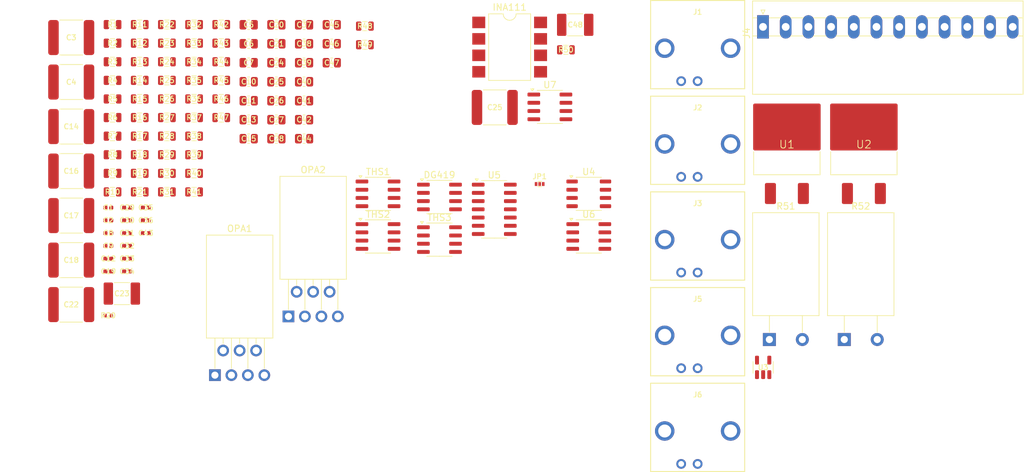
<source format=kicad_pcb>
(kicad_pcb (version 20240108) (generator "pcbnew") (generator_version "8.0")
  (layers (0 "F.Cu" signal) (31 "B.Cu" signal) (34 "B.Paste" user) (35 "F.Paste" user) (36 "B.SilkS" user "B.Silkscreen") (37 "F.SilkS" user "F.Silkscreen") (38 "B.Mask" user) (39 "F.Mask" user) (44 "Edge.Cuts" user))
  (net 0 "")
  (net 1 "Net-(C1-Pad2)")
  (net 2 "GND")
  (net 3 "Net-(C2-Pad2)")
  (net 4 "-10V")
  (net 5 "+10V")
  (net 6 "+15V")
  (net 7 "-15V")
  (net 8 "Net-(OPA1--)")
  (net 9 "Net-(OPA1-Vo)")
  (net 10 "Net-(THS1--)")
  (net 11 "Net-(THS1-Out)")
  (net 12 "Net-(THS1-Vcc)")
  (net 13 "Net-(THS1--Vcc)")
  (net 14 "Net-(THS2--)")
  (net 15 "Net-(THS2-Out)")
  (net 16 "Net-(THS2--Vcc)")
  (net 17 "Net-(THS2-Vcc)")
  (net 18 "Net-(OPA2--)")
  (net 19 "Net-(OPA2-Vo)")
  (net 20 "+12V")
  (net 21 "-12V")
  (net 22 "+5VA")
  (net 23 "+5V")
  (net 24 "Net-(U4-Vcc+)")
  (net 25 "Net-(U4-Vcc-)")
  (net 26 "Net-(C29-Pad2)")
  (net 27 "Net-(THS3-+)")
  (net 28 "Net-(THS3-Out)")
  (net 29 "Net-(THS3--)")
  (net 30 "Net-(THS3--Vcc)")
  (net 31 "Net-(THS3-Vcc)")
  (net 32 "Net-(C39-Pad2)")
  (net 33 "Net-(U5E-V+)")
  (net 34 "Net-(U5E-V-)")
  (net 35 "Net-(U5A--)")
  (net 36 "Net-(C42-Pad2)")
  (net 37 "Net-(C43-Pad2)")
  (net 38 "Net-(U5D--)")
  (net 39 "Net-(C44-Pad2)")
  (net 40 "Net-(C45-Pad2)")
  (net 41 "Net-(U5B--)")
  (net 42 "Net-(C46-Pad2)")
  (net 43 "Net-(U5C--)")
  (net 44 "Net-(J1-Pad1)")
  (net 45 "Net-(J2-Pad1)")
  (net 46 "Net-(OPA1-+)")
  (net 47 "Net-(THS2-+)")
  (net 50 "Net-(LD_SML-P11VTT86R1-Pad)")
  (net 51 "Net-(LD_SML-P11VTT86R2-Pad)")
  (net 52 "Net-(LD_SML-P11VTT86R3-Pad)")
  (net 57 "Net-(JP1-A)")
  (net 58 "Net-(U6-VDD{slash}VREF)")
  (net 59 "Net-(INA111-V+)")
  (net 60 "Net-(INA111-V-)")
  (net 61 "Net-(DG419-V+)")
  (net 62 "Net-(DG419-V-)")
  (net 63 "Net-(U6-CH0)")
  (net 64 "Net-(DG419-S1)")
  (net 65 "Net-(DG419-IN)")
  (net 66 "Net-(DG419-D)")
  (net 67 "Net-(INA111-R_G-Pad8)")
  (net 68 "Net-(INA111-Vin+)")
  (net 69 "Net-(INA111-R_G-Pad1)")
  (net 70 "Net-(INA111-Vin-)")
  (net 71 "Net-(LD_SML-P11VTT86R4-Pad)")
  (net 77 "Net-(JP1-C)")
  (net 78 "Net-(R51-Pad1)")
  (net 79 "Net-(R52-Pad1)")
  (footprint "dtuspace_ipc:R0805_RESC200X125X50L35N" (layer "F.Cu") (at 141.165 69.89)
    (property "Reference" "R32")
    (property "Value" "R_0805_10R0_CID10.9.4757")
    (fp_text user "${REFERENCE}" (at 0 0 0) (layer "F.SilkS") (effects (font (size 0.8 0.8) (thickness 0.15) (bold yes))))
    (pad "1" smd roundrect (at -0.945 0) (size 0.84 1.42) (layers "F.Cu" "F.Paste" "F.Mask") (net 20 "+12V"))
    (pad "2" smd roundrect (at 0.945 0) (size 0.84 1.42) (layers "F.Cu" "F.Paste" "F.Mask") (net 31 "Net-(THS3-Vcc)"))
  )
  (footprint "dtuspace_ipc:C0402_CAPC100X50X61L25N" (layer "F.Cu") (at 130.835 107.99)
    (property "Reference" "C34" (at 0 0 0) (layer "F.SilkS") (effects (font (size 0.8 0.8) (thickness 0.15) (bold yes))))
    (property "Value" "C_0402_100pF_50V_C0G_CID1.2.681" (hide yes))
    (pad "1" smd roundrect (at -0.45 0) (size 0.63 0.61) (layers "F.Cu" "F.Paste" "F.Mask") (net 2 "GND"))
    (pad "2" smd roundrect (at 0.45 0) (size 0.63 0.61) (layers "F.Cu" "F.Paste" "F.Mask") (net 26 "Net-(C29-Pad2)"))
  )
  (footprint "dtuspace_ipc:R0805_RESC200X125X50L35N" (layer "F.Cu") (at 132.785 75.63)
    (property "Reference" "R13")
    (property "Value" "R_0805_10R0_CID10.9.4757")
    (fp_text user "${REFERENCE}" (at 0 0 0) (layer "F.SilkS") (effects (font (size 0.8 0.8) (thickness 0.15) (bold yes))))
    (pad "1" smd roundrect (at -0.945 0) (size 0.84 1.42) (layers "F.Cu" "F.Paste" "F.Mask") (net 12 "Net-(THS1-Vcc)"))
    (pad "2" smd roundrect (at 0.945 0) (size 0.84 1.42) (layers "F.Cu" "F.Paste" "F.Mask") (net 20 "+12V"))
  )
  (footprint "dtuspace_ipc:C0805_CAPC200X125X130L45N" (layer "F.Cu") (at 158.125 84.57)
    (property "Reference" "C42")
    (property "Value" "C_0805_100nF_16V_X7R_CID1.2.3078")
    (fp_text user "${REFERENCE}" (at 0 0 0) (layer "F.SilkS") (effects (font (size 0.8 0.8) (thickness 0.15) (bold yes))))
    (pad "1" smd roundrect (at -0.875 0) (size 1.06 1.47) (layers "F.Cu" "F.Paste" "F.Mask") (net 35 "Net-(U5A--)"))
    (pad "2" smd roundrect (at 0.875 0) (size 1.06 1.47) (layers "F.Cu" "F.Paste" "F.Mask") (net 36 "Net-(C42-Pad2)"))
  )
  (footprint "dtuspace_ipc:R0805_RESC200X125X50L35N" (layer "F.Cu") (at 145.355 72.76)
    (property "Reference" "R43")
    (property "Value" "R_0805_11k0_CID10.9.5869")
    (fp_text user "${REFERENCE}" (at 0 0 0) (layer "F.SilkS") (effects (font (size 0.8 0.8) (thickness 0.15) (bold yes))))
    (pad "1" smd roundrect (at -0.945 0) (size 0.84 1.42) (layers "F.Cu" "F.Paste" "F.Mask") (net 39 "Net-(C44-Pad2)"))
    (pad "2" smd roundrect (at 0.945 0) (size 0.84 1.42) (layers "F.Cu" "F.Paste" "F.Mask") (net 41 "Net-(U5B--)"))
  )
  (footprint "Package_SO:SOIC-8_3.9x4.9mm_P1.27mm" (layer "F.Cu") (at 179 103.08)
    (property "Reference" "THS3" (at 0 -3.4 0) (layer "F.SilkS"))
    (property "Value" "~")
    (pad "1" smd roundrect (at -2.475 -1.905) (size 1.95 0.6) (layers "F.Cu" "F.Paste" "F.Mask") (net 31 "Net-(THS3-Vcc)"))
    (pad "2" smd roundrect (at -2.475 -0.635) (size 1.95 0.6) (layers "F.Cu" "F.Paste" "F.Mask") (net 29 "Net-(THS3--)"))
    (pad "3" smd roundrect (at -2.475 0.635) (size 1.95 0.6) (layers "F.Cu" "F.Paste" "F.Mask") (net 27 "Net-(THS3-+)"))
    (pad "4" smd roundrect (at -2.475 1.905) (size 1.95 0.6) (layers "F.Cu" "F.Paste" "F.Mask"))
    (pad "5" smd roundrect (at 2.475 1.905) (size 1.95 0.6) (layers "F.Cu" "F.Paste" "F.Mask"))
    (pad "6" smd roundrect (at 2.475 0.635) (size 1.95 0.6) (layers "F.Cu" "F.Paste" "F.Mask") (net 28 "Net-(THS3-Out)"))
    (pad "7" smd roundrect (at 2.475 -0.635) (size 1.95 0.6) (layers "F.Cu" "F.Paste" "F.Mask"))
    (pad "8" smd roundrect (at 2.475 -1.905) (size 1.95 0.6) (layers "F.Cu" "F.Paste" "F.Mask") (net 30 "Net-(THS3--Vcc)"))
  )
  (footprint "dtuspace_ipc:R0805_RESC200X125X50L35N" (layer "F.Cu") (at 128.595 89.98)
    (property "Reference" "R8")
    (property "Value" "R_0805_100k_CID10.9.5903")
    (fp_text user "${REFERENCE}" (at 0 0 0) (layer "F.SilkS") (effects (font (size 0.8 0.8) (thickness 0.15) (bold yes))))
    (pad "1" smd roundrect (at -0.945 0) (size 0.84 1.42) (layers "F.Cu" "F.Paste" "F.Mask"))
    (pad "2" smd roundrect (at 0.945 0) (size 0.84 1.42) (layers "F.Cu" "F.Paste" "F.Mask"))
  )
  (footprint "dtuspace_ipc:C2220_CAPC570X500X270L60N" (layer "F.Cu") (at 122.225 106.24)
    (property "Reference" "C18")
    (property "Value" "C_2220_10uF_50V_X7R_CID1.2.4299")
    (fp_text user "${REFERENCE}" (at 0 0 0) (layer "F.SilkS") (effects (font (size 0.8 0.8))))
    (pad "1" smd roundrect (at -2.74 0) (size 1.62 5.41) (layers "F.Cu" "F.Paste" "F.Mask") (net 4 "-10V"))
    (pad "2" smd roundrect (at 2.74 0) (size 1.62 5.41) (layers "F.Cu" "F.Paste" "F.Mask") (net 2 "GND"))
  )
  (footprint "dtuspace_ipc:C2220_CAPC570X500X270L60N" (layer "F.Cu") (at 122.225 99.37)
    (property "Reference" "C17")
    (property "Value" "C_2220_10uF_50V_X7R_CID1.2.4299")
    (fp_text user "${REFERENCE}" (at 0 0 0) (layer "F.SilkS") (effects (font (size 0.8 0.8))))
    (pad "1" smd roundrect (at -2.74 0) (size 1.62 5.41) (layers "F.Cu" "F.Paste" "F.Mask") (net 5 "+10V"))
    (pad "2" smd roundrect (at 2.74 0) (size 1.62 5.41) (layers "F.Cu" "F.Paste" "F.Mask") (net 2 "GND"))
  )
  (footprint "dtuspace_ipc:R0805_RESC200X125X50L35N" (layer "F.Cu") (at 145.355 69.89)
    (property "Reference" "R42")
    (property "Value" "R_0805_100k_CID10.9.5903")
    (fp_text user "${REFERENCE}" (at 0 0 0) (layer "F.SilkS") (effects (font (size 0.8 0.8) (thickness 0.15) (bold yes))))
    (pad "1" smd roundrect (at -0.945 0) (size 0.84 1.42) (layers "F.Cu" "F.Paste" "F.Mask") (net 38 "Net-(U5D--)"))
    (pad "2" smd roundrect (at 0.945 0) (size 0.84 1.42) (layers "F.Cu" "F.Paste" "F.Mask") (net 37 "Net-(C43-Pad2)"))
  )
  (footprint "Package_DIP:SMDIP-8_W9.53mm" (layer "F.Cu") (at 189.825 73.365)
    (property "Reference" "INA111" (at 0 -6.14 0) (layer "F.SilkS"))
    (property "Value" "~")
    (pad "1" smd rect (at -4.765 -3.81) (size 2 1.78) (layers "F.Cu" "F.Paste" "F.Mask") (net 69 "Net-(INA111-R_G-Pad1)"))
    (pad "2" smd rect (at -4.765 -1.27) (size 2 1.78) (layers "F.Cu" "F.Paste" "F.Mask") (net 70 "Net-(INA111-Vin-)"))
    (pad "3" smd rect (at -4.765 1.27) (size 2 1.78) (layers "F.Cu" "F.Paste" "F.Mask") (net 68 "Net-(INA111-Vin+)"))
    (pad "4" smd rect (at -4.765 3.81) (size 2 1.78) (layers "F.Cu" "F.Paste" "F.Mask") (net 60 "Net-(INA111-V-)"))
    (pad "5" smd rect (at 4.765 3.81) (size 2 1.78) (layers "F.Cu" "F.Paste" "F.Mask") (net 2 "GND"))
    (pad "6" smd rect (at 4.765 1.27) (size 2 1.78) (layers "F.Cu" "F.Paste" "F.Mask") (net 64 "Net-(DG419-S1)"))
    (pad "7" smd rect (at 4.765 -1.27) (size 2 1.78) (layers "F.Cu" "F.Paste" "F.Mask") (net 59 "Net-(INA111-V+)"))
    (pad "8" smd rect (at 4.765 -3.81) (size 2 1.78) (layers "F.Cu" "F.Paste" "F.Mask") (net 67 "Net-(INA111-R_G-Pad8)"))
  )
  (footprint "dtuspace_ipc:AMPHENOL_31-5431-2010" (layer "F.Cu") (at 218.81 73.54)
    (property "Reference" "J1" (at 0 -5.596 0) (layer "F.SilkS") (effects (font (size 0.8 0.8))))
    (property "Value" "31-5431-2010_CID2.5.196")
    (pad "1" thru_hole circle (at 0 5.08) (size 1.5 1.5) (drill 0.9) (layers "*.Cu" "*.Mask") (net 44 "Net-(J1-Pad1)"))
    (pad "2" thru_hole circle (at -2.54 5.08) (size 1.5 1.5) (drill 0.9) (layers "*.Cu" "*.Mask") (net 2 "GND"))
    (pad "M" thru_hole circle (at -5.08 0) (size 3 3) (drill 2) (layers "*.Cu" "*.Mask"))
    (pad "M" thru_hole circle (at 5.08 0) (size 3 3) (drill 2) (layers "*.Cu" "*.Mask"))
  )
  (footprint "dtuspace_ipc:C0805_CAPC200X125X130L45N" (layer "F.Cu") (at 153.855 87.5)
    (property "Reference" "C28")
    (property "Value" "C_0805_100nF_16V_X7R_CID1.2.3078")
    (fp_text user "${REFERENCE}" (at 0 0 0) (layer "F.SilkS") (effects (font (size 0.8 0.8) (thickness 0.15) (bold yes))))
    (pad "1" smd roundrect (at -0.875 0) (size 1.06 1.47) (layers "F.Cu" "F.Paste" "F.Mask") (net 60 "Net-(INA111-V-)"))
    (pad "2" smd roundrect (at 0.875 0) (size 1.06 1.47) (layers "F.Cu" "F.Paste" "F.Mask") (net 2 "GND"))
  )
  (footprint "dtuspace_ipc:R0805_RESC200X125X50L35N" (layer "F.Cu") (at 136.975 72.76)
    (property "Reference" "R23")
    (property "Value" "R_0805_10R0_CID10.9.4757")
    (fp_text user "${REFERENCE}" (at 0 0 0) (layer "F.SilkS") (effects (font (size 0.8 0.8) (thickness 0.15) (bold yes))))
    (pad "1" smd roundrect (at -0.945 0) (size 0.84 1.42) (layers "F.Cu" "F.Paste" "F.Mask") (net 59 "Net-(INA111-V+)"))
    (pad "2" smd roundrect (at 0.945 0) (size 0.84 1.42) (layers "F.Cu" "F.Paste" "F.Mask") (net 20 "+12V"))
  )
  (footprint "dtuspace_ipc:R0805_RESC200X125X50L35N" (layer "F.Cu") (at 132.785 87.11)
    (property "Reference" "R17")
    (property "Value" "R_0805_10R0_CID10.9.4757")
    (fp_text user "${REFERENCE}" (at 0 0 0) (layer "F.SilkS") (effects (font (size 0.8 0.8) (thickness 0.15) (bold yes))))
    (pad "1" smd roundrect (at -0.945 0) (size 0.84 1.42) (layers "F.Cu" "F.Paste" "F.Mask") (net 21 "-12V"))
    (pad "2" smd roundrect (at 0.945 0) (size 0.84 1.42) (layers "F.Cu" "F.Paste" "F.Mask") (net 16 "Net-(THS2--Vcc)"))
  )
  (footprint "dtuspace_ipc:C2220_CAPC570X500X270L60N" (layer "F.Cu") (at 187.525 82.675)
    (property "Reference" "C25")
    (property "Value" "C_2220_22uF_25V_X7R_CID1.2.4254")
    (fp_text user "${REFERENCE}" (at 0 0 0) (layer "F.SilkS") (effects (font (size 0.8 0.8))))
    (pad "1" smd roundrect (at -2.74 0) (size 1.62 5.41) (layers "F.Cu" "F.Paste" "F.Mask") (net 58 "Net-(U6-VDD{slash}VREF)"))
    (pad "2" smd roundrect (at 2.74 0) (size 1.62 5.41) (layers "F.Cu" "F.Paste" "F.Mask") (net 2 "GND"))
  )
  (footprint "dtuspace_ipc:R0805_RESC200X125X50L35N" (layer "F.Cu") (at 141.165 78.5)
    (property "Reference" "R35")
    (property "Value" "R_0805_11k0_CID10.9.5869")
    (fp_text user "${REFERENCE}" (at 0 0 0) (layer "F.SilkS") (effects (font (size 0.8 0.8) (thickness 0.15) (bold yes))))
    (pad "1" smd roundrect (at -0.945 0) (size 0.84 1.42) (layers "F.Cu" "F.Paste" "F.Mask") (net 28 "Net-(THS3-Out)"))
    (pad "2" smd roundrect (at 0.945 0) (size 0.84 1.42) (layers "F.Cu" "F.Paste" "F.Mask") (net 32 "Net-(C39-Pad2)"))
  )
  (footprint "dtuspace_ipc:DPAK3P508_1419X457L172X97T635X1023N" (layer "F.Cu") (at 244.44 89.78)
    (property "Reference" "U2" (at 0 -1.38775 0) (layer "F.SilkS") (effects (font (size 1.2 1.2) (thickness 0.12))))
    (property "Value" "MC7912ACD2TR4G_CID8.52.429")
    (pad "1" smd roundrect (at -2.54 6.18 90) (size 3.25 1.7) (layers "F.Cu" "F.Paste" "F.Mask") (roundrect_rratio 0.1471) (net 2 "GND"))
    (pad "3" smd roundrect (at 2.54 6.18 90) (size 3.25 1.7) (layers "F.Cu" "F.Paste" "F.Mask") (roundrect_rratio 0.147) (net 7 "-15V"))
    (pad "4" smd roundrect (at 0 -4.08 90) (size 7.24 10.41) (layers "F.Cu" "F.Mask") (roundrect_rratio 0.035))
  )
  (footprint "Package_SO:SOIC-14_3.9x8.7mm_P1.27mm" (layer "F.Cu") (at 187.45 98.405)
    (property "Reference" "U5" (at 0 -5.28 0) (layer "F.SilkS"))
    (property "Value" "TL084")
    (pad "1" smd roundrect (at -2.475 -3.81) (size 1.95 0.6) (layers "F.Cu" "F.Paste" "F.Mask") (net 36 "Net-(C42-Pad2)"))
    (pad "2" smd roundrect (at -2.475 -2.54) (size 1.95 0.6) (layers "F.Cu" "F.Paste" "F.Mask") (net 35 "Net-(U5A--)"))
    (pad "3" smd roundrect (at -2.475 -1.27) (size 1.95 0.6) (layers "F.Cu" "F.Paste" "F.Mask") (net 2 "GND"))
    (pad "4" smd roundrect (at -2.475 0) (size 1.95 0.6) (layers "F.Cu" "F.Paste" "F.Mask") (net 33 "Net-(U5E-V+)"))
    (pad "5" smd roundrect (at -2.475 1.27) (size 1.95 0.6) (layers "F.Cu" "F.Paste" "F.Mask") (net 2 "GND"))
    (pad "6" smd roundrect (at -2.475 2.54) (size 1.95 0.6) (layers "F.Cu" "F.Paste" "F.Mask") (net 41 "Net-(U5B--)"))
    (pad "7" smd roundrect (at -2.475 3.81) (size 1.95 0.6) (layers "F.Cu" "F.Paste" "F.Mask") (net 40 "Net-(C45-Pad2)"))
    (pad "8" smd roundrect (at 2.475 3.81) (size 1.95 0.6) (layers "F.Cu" "F.Paste" "F.Mask") (net 63 "Net-(U6-CH0)"))
    (pad "9" smd roundrect (at 2.475 2.54) (size 1.95 0.6) (layers "F.Cu" "F.Paste" "F.Mask") (net 43 "Net-(U5C--)"))
    (pad "10" smd roundrect (at 2.475 1.27) (size 1.95 0.6) (layers "F.Cu" "F.Paste" "F.Mask") (net 2 "GND"))
    (pad "11" smd roundrect (at 2.475 0) (size 1.95 0.6) (layers "F.Cu" "F.Paste" "F.Mask") (net 34 "Net-(U5E-V-)"))
    (pad "12" smd roundrect (at 2.475 -1.27) (size 1.95 0.6) (layers "F.Cu" "F.Paste" "F.Mask") (net 2 "GND"))
    (pad "13" smd roundrect (at 2.475 -2.54) (size 1.95 0.6) (layers "F.Cu" "F.Paste" "F.Mask") (net 38 "Net-(U5D--)"))
    (pad "14" smd roundrect (at 2.475 -3.81) (size 1.95 0.6) (layers "F.Cu" "F.Paste" "F.Mask") (net 37 "Net-(C43-Pad2)"))
  )
  (footprint "dtuspace_ipc:R0805_RESC200X125X50L35N" (layer "F.Cu") (at 128.595 78.5)
    (property "Reference" "R4")
    (property "Value" "R_0805_100k_CID10.9.5903")
    (fp_text user "${REFERENCE}" (at 0 0 0) (layer "F.SilkS") (effects (font (size 0.8 0.8) (thickness 0.15) (bold yes))))
    (pad "1" smd roundrect (at -0.945 0) (size 0.84 1.42) (layers "F.Cu" "F.Paste" "F.Mask") (net 2 "GND"))
    (pad "2" smd roundrect (at 0.945 0) (size 0.84 1.42) (layers "F.Cu" "F.Paste" "F.Mask") (net 8 "Net-(OPA1--)"))
  )
  (footprint "dtuspace_ipc:R0805_RESC200X125X50L35N" (layer "F.Cu") (at 128.595 69.89)
    (property "Reference" "R1")
    (property "Value" "R_0805_1K_CID10.99.611")
    (fp_text user "${REFERENCE}" (at 0 0 0) (layer "F.SilkS") (effects (font (size 0.8 0.8) (thickness 0.15) (bold yes))))
    (pad "1" smd roundrect (at -0.945 0) (size 0.84 1.42) (layers "F.Cu" "F.Paste" "F.Mask") (net 44 "Net-(J1-Pad1)"))
    (pad "2" smd roundrect (at 0.945 0) (size 0.84 1.42) (layers "F.Cu" "F.Paste" "F.Mask") (net 1 "Net-(C1-Pad2)"))
  )
  (footprint "dtuspace_ipc:C0805_CAPC200X125X130L45N" (layer "F.Cu") (at 158.125 69.92)
    (property "Reference" "C37")
    (property "Value" "C_0805_100nF_16V_X7R_CID1.2.3078")
    (fp_text user "${REFERENCE}" (at 0 0 0) (layer "F.SilkS") (effects (font (size 0.8 0.8) (thickness 0.15) (bold yes))))
    (pad "1" smd roundrect (at -0.875 0) (size 1.06 1.47) (layers "F.Cu" "F.Paste" "F.Mask") (net 30 "Net-(THS3--Vcc)"))
    (pad "2" smd roundrect (at 0.875 0) (size 1.06 1.47) (layers "F.Cu" "F.Paste" "F.Mask") (net 2 "GND"))
  )
  (footprint "dtuspace_ipc:C0402_CAPC100X50X61L25N" (layer "F.Cu") (at 127.945 98.14)
    (property "Reference" "C1" (at 0 0 0) (layer "F.SilkS") (effects (font (size 0.8 0.8) (thickness 0.15) (bold yes))))
    (property "Value" "C_0402_3.3nF_16V_X7R_CID1.2.2599" (hide yes))
    (pad "1" smd roundrect (at -0.45 0) (size 0.63 0.61) (layers "F.Cu" "F.Paste" "F.Mask") (net 2 "GND"))
    (pad "2" smd roundrect (at 0.45 0) (size 0.63 0.61) (layers "F.Cu" "F.Paste" "F.Mask") (net 1 "Net-(C1-Pad2)"))
  )
  (footprint "dtuspace_ipc:R0805_RESC200X125X50L35N" (layer "F.Cu") (at 145.355 75.63)
    (property "Reference" "R44")
    (property "Value" "R_0805_5k62_CID10.9.159")
    (fp_text user "${REFERENCE}" (at 0 0 0) (layer "F.SilkS") (effects (font (size 0.8 0.8) (thickness 0.15) (bold yes))))
    (pad "1" smd roundrect (at -0.945 0) (size 0.84 1.42) (layers "F.Cu" "F.Paste" "F.Mask") (net 41 "Net-(U5B--)"))
    (pad "2" smd roundrect (at 0.945 0) (size 0.84 1.42) (layers "F.Cu" "F.Paste" "F.Mask") (net 40 "Net-(C45-Pad2)"))
  )
  (footprint "Package_SO:SO-8_3.9x4.9mm_P1.27mm" (layer "F.Cu") (at 202.025 96.015)
    (property "Reference" "U4" (at 0 -3.4 0) (layer "F.SilkS"))
    (property "Value" "~")
    (pad "1" smd roundrect (at -2.575 -1.905) (size 1.75 0.6) (layers "F.Cu" "F.Paste" "F.Mask") (net 2 "GND"))
    (pad "2" smd roundrect (at -2.575 -0.635) (size 1.75 0.6) (layers "F.Cu" "F.Paste" "F.Mask") (net 57 "Net-(JP1-A)"))
    (pad "3" smd roundrect (at -2.575 0.635) (size 1.75 0.6) (layers "F.Cu" "F.Paste" "F.Mask") (net 2 "GND"))
    (pad "4" smd roundrect (at -2.575 1.905) (size 1.75 0.6) (layers "F.Cu" "F.Paste" "F.Mask") (net 25 "Net-(U4-Vcc-)"))
    (pad "5" smd roundrect (at 2.575 1.905) (size 1.75 0.6) (layers "F.Cu" "F.Paste" "F.Mask"))
    (pad "6" smd roundrect (at 2.575 0.635) (size 1.75 0.6) (layers "F.Cu" "F.Paste" "F.Mask"))
    (pad "7" smd roundrect (at 2.575 -0.635) (size 1.75 0.6) (layers "F.Cu" "F.Paste" "F.Mask") (net 65 "Net-(DG419-IN)"))
    (pad "8" smd roundrect (at 2.575 -1.905) (size 1.75 0.6) (layers "F.Cu" "F.Paste" "F.Mask") (net 24 "Net-(U4-Vcc+)"))
  )
  (footprint "dtuspace_ipc:R0805_RESC200X125X50L35N" (layer "F.Cu") (at 141.165 84.24)
    (property "Reference" "R37")
    (property "Value" "R_0805_10R0_CID10.9.4757")
    (fp_text user "${REFERENCE}" (at 0 0 0) (layer "F.SilkS") (effects (font (size 0.8 0.8) (thickness 0.15) (bold yes))))
    (pad "1" smd roundrect (at -0.945 0) (size 0.84 1.42) (layers "F.Cu" "F.Paste" "F.Mask") (net 21 "-12V"))
    (pad "2" smd roundrect (at 0.945 0) (size 0.84 1.42) (layers "F.Cu" "F.Paste" "F.Mask") (net 34 "Net-(U5E-V-)"))
  )
  (footprint "Package_SO:SOIC-8_3.9x4.9mm_P1.27mm" (layer "F.Cu") (at 202.025 102.595)
    (property "Reference" "U6" (at 0 -3.4 0) (layer "F.SilkS"))
    (property "Value" "MCP3202")
    (pad "1" smd roundrect (at -2.475 -1.905) (size 1.95 0.6) (layers "F.Cu" "F.Paste" "F.Mask"))
    (pad "2" smd roundrect (at -2.475 -0.635) (size 1.95 0.6) (layers "F.Cu" "F.Paste" "F.Mask") (net 63 "Net-(U6-CH0)"))
    (pad "3" smd roundrect (at -2.475 0.635) (size 1.95 0.6) (layers "F.Cu" "F.Paste" "F.Mask"))
    (pad "4" smd roundrect (at -2.475 1.905) (size 1.95 0.6) (layers "F.Cu" "F.Paste" "F.Mask") (net 2 "GND"))
    (pad "5" smd roundrect (at 2.475 1.905) (size 1.95 0.6) (layers "F.Cu" "F.Paste" "F.Mask"))
    (pad "6" smd roundrect (at 2.475 0.635) (size 1.95 0.6) (layers "F.Cu" "F.Paste" "F.Mask"))
    (pad "7" smd roundrect (at 2.475 -0.635) (size 1.95 0.6) (layers "F.Cu" "F.Paste" "F.Mask"))
    (pad "8" smd roundrect (at 2.475 -1.905) (size 1.95 0.6) (layers "F.Cu" "F.Paste" "F.Mask") (net 58 "Net-(U6-VDD{slash}VREF)"))
  )
  (footprint "dtuspace_ipc:R0805_RESC200X125X50L35N" (layer "F.Cu") (at 136.975 87.11)
    (property "Reference" "R28")
    (property "Value" "R_0805_10R0_CID10.9.4757")
    (fp_text user "${REFERENCE}" (at 0 0 0) (layer "F.SilkS") (effects (font (size 0.8 0.8) (thickness 0.15) (bold yes))))
    (pad "1" smd roundrect (at -0.945 0) (size 0.84 1.42) (layers "F.Cu" "F.Paste" "F.Mask") (net 61 "Net-(DG419-V+)"))
    (pad "2" smd roundrect (at 0.945 0) (size 0.84 1.42) (layers "F.Cu" "F.Paste" "F.Mask") (net 20 "+12V"))
  )
  (footprint "dtuspace_ipc:R0805_RESC200X125X50L35N" (layer "F.Cu") (at 128.595 81.37)
    (property "Reference" "R5")
    (property "Value" "R_0805_100k_CID10.9.5903")
    (fp_text user "${REFERENCE}" (at 0 0 0) (layer "F.SilkS") (effects (font (size 0.8 0.8) (thickness 0.15) (bold yes))))
    (pad "1" smd roundrect (at -0.945 0) (size 0.84 1.42) (layers "F.Cu" "F.Paste" "F.Mask") (net 2 "GND"))
    (pad "2" smd roundrect (at 0.945 0) (size 0.84 1.42) (layers "F.Cu" "F.Paste" "F.Mask") (net 46 "Net-(OPA1-+)"))
  )
  (footprint "dtuspace_ipc:C0402_CAPC100X50X61L25N" (layer "F.Cu") (at 127.945 106.02)
    (property "Reference" "C12" (at 0 0 0) (layer "F.SilkS") (effects (font (size 0.8 0.8) (thickness 0.15) (bold yes))))
    (property "Value" "C_0402_100pF_50V_C0G_CID1.2.681" (hide yes))
    (pad "1" smd roundrect (at -0.45 0) (size 0.63 0.61) (layers "F.Cu" "F.Paste" "F.Mask") (net 14 "Net-(THS2--)"))
    (pad "2" smd roundrect (at 0.45 0) (size 0.63 0.61) (layers "F.Cu" "F.Paste" "F.Mask") (net 15 "Net-(THS2-Out)"))
  )
  (footprint "Package_TO_SOT_THT:TO-220-2_Horizontal_TabDown" (layer "F.Cu") (at 229.87 118.5)
    (property "Reference" "R51" (at 2.54 -20.58 0) (layer "F.SilkS"))
    (property "Value" "5R")
    (pad "" np_thru_hole circle (at 2.54 -16.66) (size 3.5 3.5) (drill 3.5) (layers "*.Cu" "*.Mask"))
    (pad "1" thru_hole rect (at 0 0) (size 2 2) (drill 1.1) (layers "*.Cu" "*.Mask") (net 78 "Net-(R51-Pad1)"))
    (pad "2" thru_hole circle (at 5.08 0) (size 2 2) (drill 1.1) (layers "*.Cu" "*.Mask") (net 9 "Net-(OPA1-Vo)"))
  )
  (footprint "dtuspace_ipc:R0805_RESC200X125X50L35N" (layer "F.Cu") (at 136.975 92.85)
    (property "Reference" "R30")
    (property "Value" "R_0805_5K_CID10.99.612")
    (fp_text user "${REFERENCE}" (at 0 0 0) (layer "F.SilkS") (effects (font (size 0.8 0.8) (thickness 0.15) (bold yes))))
    (pad "1" smd roundrect (at -0.945 0) (size 0.84 1.42) (layers "F.Cu" "F.Paste" "F.Mask") (net 26 "Net-(C29-Pad2)"))
    (pad "2" smd roundrect (at 0.945 0) (size 0.84 1.42) (layers "F.Cu" "F.Paste" "F.Mask") (net 29 "Net-(THS3--)"))
  )
  (footprint "dtuspace_ipc:R0805_RESC200X125X50L35N" (layer "F.Cu") (at 136.975 69.89)
    (property "Reference" "R22")
    (property "Value" "R_0805_10R0_CID10.9.4757")
    (fp_text user "${REFERENCE}" (at 0 0 0) (layer "F.SilkS") (effects (font (size 0.8 0.8) (thickness 0.15) (bold yes))))
    (pad "1" smd roundrect (at -0.945 0) (size 0.84 1.42) (layers "F.Cu" "F.Paste" "F.Mask") (net 21 "-12V"))
    (pad "2" smd roundrect (at 0.945 0) (size 0.84 1.42) (layers "F.Cu" "F.Paste" "F.Mask") (net 25 "Net-(U4-Vcc-)"))
  )
  (footprint "dtuspace_ipc:C1812_CAPC450X320X280L60N" (layer "F.Cu") (at 199.93 69.9225)
    (property "Reference" "C48" (at 0 0 0) (layer "F.SilkS") (effects (font (size 0.8 0.8))))
    (property "Value" "C_1812_4.7uF_25V_X7R_CID1.2.4026")
    (pad "1" smd roundrect (at -2.082 0) (size 1.447 3.415) (layers "F.Cu" "F.Paste" "F.Mask") (roundrect_rratio 0.1382) (net 6 "+15V"))
    (pad "2" smd roundrect (at 2.082 0) (size 1.447 3.415) (layers "F.Cu" "F.Paste" "F.Mask") (roundrect_rratio 0.1382) (net 2 "GND"))
  )
  (footprint "Package_TO_SOT_THT:TO-220-2_Horizontal_TabDown" (layer "F.Cu") (at 241.42 118.5)
    (property "Reference" "R52" (at 2.54 -20.58 0) (layer "F.SilkS"))
    (property "Value" "5R")
    (pad "" np_thru_hole circle (at 2.54 -16.66) (size 3.5 3.5) (drill 3.5) (layers "*.Cu" "*.Mask"))
    (pad "1" thru_hole rect (at 0 0) (size 2 2) (drill 1.1) (layers "*.Cu" "*.Mask") (net 79 "Net-(R52-Pad1)"))
    (pad "2" thru_hole circle (at 5.08 0) (size 2 2) (drill 1.1) (layers "*.Cu" "*.Mask") (net 19 "Net-(OPA2-Vo)"))
  )
  (footprint "dtuspace_ipc:R0805_RESC200X125X50L35N" (layer "F.Cu") (at 132.785 92.85)
    (property "Reference" "R19")
    (property "Value" "R_0805_3k83_CID10.9.461")
    (fp_text user "${REFERENCE}" (at 0 0 0) (layer "F.SilkS") (effects (font (size 0.8 0.8) (thickness 0.15) (bold yes))))
    (pad "1" smd roundrect (at -0.945 0) (size 0.84 1.42) (layers "F.Cu" "F.Paste" "F.Mask") (net 50 "Net-(LD_SML-P11VTT86R1-Pad)"))
    (pad "2" smd roundrect (at 0.945 0) (size 0.84 1.42) (layers "F.Cu" "F.Paste" "F.Mask") (net 23 "+5V"))
  )
  (footprint "dtuspace_ipc:R0805_RESC200X125X50L35N" (layer "F.Cu") (at 141.165 75.63)
    (property "Reference" "R34")
    (property "Value" "R_0805_10k0_CID10.9.476")
    (fp_text user "${REFERENCE}" (at 0 0 0) (layer "F.SilkS") (effects (font (size 0.8 0.8) (thickness 0.15) (bold yes))))
    (pad "1" smd roundrect (at -0.945 0) (size 0.84 1.42) (layers "F.Cu" "F.Paste" "F.Mask") (net 29 "Net-(THS3--)"))
    (pad "2" smd roundrect (at 0.945 0) (size 0.84 1.42) (layers "F.Cu" "F.Paste" "F.Mask") (net 28 "Net-(THS3-Out)"))
  )
  (footprint "dtuspace_ipc:C0805_CAPC200X125X130L45N" (layer "F.Cu") (at 149.585 69.92)
    (property "Reference" "C5")
    (property "Value" "C_0805_330nF_50V_X7R_CID1.2.632")
    (fp_text user "${REFERENCE}" (at 0 0 0) (layer "F.SilkS") (effects (font (size 0.8 0.8) (thickness 0.15) (bold yes))))
    (pad "1" smd roundrect (at -0.875 0) (size 1.06 1.47) (layers "F.Cu" "F.Paste" "F.Mask") (net 2 "GND"))
    (pad "2" smd roundrect (at 0.875 0) (size 1.06 1.47) (layers "F.Cu" "F.Paste" "F.Mask") (net 6 "+15V"))
  )
  (footprint "dtuspace_ipc:R0805_RESC200X125X50L35N" (layer "F.Cu") (at 145.355 81.37)
    (property "Reference" "R46")
    (property "Value" "R_0805_11k0_CID10.9.5869")
    (fp_text user "${REFERENCE}" (at 0 0 0) (layer "F.SilkS") (effects (font (size 0.8 0.8) (thickness 0.15) (bold yes))))
    (pad "1" smd roundrect (at -0.945 0) (size 0.84 1.42) (layers "F.Cu" "F.Paste" "F.Mask") (net 42 "Net-(C46-Pad2)"))
    (pad "2" smd roundrect (at 0.945 0) (size 0.84 1.42) (layers "F.Cu" "F.Paste" "F.Mask") (net 43 "Net-(U5C--)"))
  )
  (footprint "dtuspace_ipc:R0805_RESC200X125X50L35N" (layer "F.Cu") (at 128.595 72.76)
    (property "Reference" "R2")
    (property "Value" "R_0805_1K_CID10.99.611")
    (fp_text user "${REFERENCE}" (at 0 0 0) (layer "F.SilkS") (effects (font (size 0.8 0.8) (thickness 0.15) (bold yes))))
    (pad "1" smd roundrect (at -0.945 0) (size 0.84 1.42) (layers "F.Cu" "F.Paste" "F.Mask") (net 45 "Net-(J2-Pad1)"))
    (pad "2" smd roundrect (at 0.945 0) (size 0.84 1.42) (layers "F.Cu" "F.Paste" "F.Mask") (net 3 "Net-(C2-Pad2)"))
  )
  (footprint "dtuspace_ipc:AMPHENOL_31-5431-2010" (layer "F.Cu") (at 218.81 88.31)
    (property "Reference" "J2" (at 0 -5.596 0) (layer "F.SilkS") (effects (font (size 0.8 0.8))))
    (property "Value" "31-5431-2010_CID2.5.196")
    (pad "1" thru_hole circle (at 0 5.08) (size 1.5 1.5) (drill 0.9) (layers "*.Cu" "*.Mask") (net 45 "Net-(J2-Pad1)"))
    (pad "2" thru_hole circle (at -2.54 5.08) (size 1.5 1.5) (drill 0.9) (layers "*.Cu" "*.Mask") (net 2 "GND"))
    (pad "M" thru_hole circle (at -5.08 0) (size 3 3) (drill 2) (layers "*.Cu" "*.Mask"))
    (pad "M" thru_hole circle (at 5.08 0) (size 3 3) (drill 2) (layers "*.Cu" "*.Mask"))
  )
  (footprint "dtuspace_ipc:C2220_CAPC570X500X270L60N" (layer "F.Cu") (at 122.225 85.63)
    (property "Reference" "C14")
    (property "Value" "C_2220_22uF_25V_X7R_CID1.2.4254")
    (fp_text user "${REFERENCE}" (at 0 0 0) (layer "F.SilkS") (effects (font (size 0.8 0.8))))
    (pad "1" smd roundrect (at -2.74 0) (size 1.62 5.41) (layers "F.Cu" "F.Paste" "F.Mask") (net 2 "GND"))
    (pad "2" smd roundrect (at 2.74 0) (size 1.62 5.41) (layers "F.Cu" "F.Paste" "F.Mask") (net 6 "+15V"))
  )
  (footprint "dtuspace_ipc:R0805_RESC200X125X50L35N" (layer "F.Cu") (at 132.785 81.37)
    (property "Reference" "R15")
    (property "Value" "R_0805_100k_CID10.9.5903")
    (fp_text user "${REFERENCE}" (at 0 0 0) (layer "F.SilkS") (effects (font (size 0.8 0.8) (thickness 0.15) (bold yes))))
    (pad "1" smd roundrect (at -0.945 0) (size 0.84 1.42) (layers "F.Cu" "F.Paste" "F.Mask") (net 14 "Net-(THS2--)"))
    (pad "2" smd roundrect (at 0.945 0) (size 0.84 1.42) (layers "F.Cu" "F.Paste" "F.Mask") (net 15 "Net-(THS2-Out)"))
  )
  (footprint "dtuspace_ipc:C0805_CAPC200X125X130L45N" (layer "F.Cu") (at 153.855 81.64)
    (property "Reference" "C26")
    (property "Value" "C_0805_100nF_16V_X7R_CID1.2.3078")
    (fp_text user "${REFERENCE}" (at 0 0 0) (layer "F.SilkS") (effects (font (size 0.8 0.8) (thickness 0.15) (bold yes))))
    (pad "1" smd roundrect (at -0.875 0) (size 1.06 1.47) (layers "F.Cu" "F.Paste" "F.Mask") (net 25 "Net-(U4-Vcc-)"))
    (pad "2" smd roundrect (at 0.875 0) (size 1.06 1.47) (layers "F.Cu" "F.Paste" "F.Mask") (net 2 "GND"))
  )
  (footprint "dtuspace_ipc:PHOENIX_1945193_12P" (layer "F.Cu") (at 228.885 70.245)
    (property "Reference" "J4" (at -2.525 0.975 90) (layer "F.SilkS"))
    (property "Value" "1945193_12P_CID2.2.928")
    (pad "1" thru_hole rect (at 0 0) (size 1.8 3.6) (drill 1.2) (layers "*.Cu" "*.Mask") (net 6 "+15V"))
    (pad "2" thru_hole oval (at 3.5 0) (size 1.8 3.6) (drill 1.2) (layers "*.Cu" "*.Mask") (net 2 "GND"))
    (pad "3" thru_hole oval (at 7 0) (size 1.8 3.6) (drill 1.2) (layers "*.Cu" "*.Mask") (net 7 "-15V"))
    (pad "4" thru_hole oval (at 10.5 0) (size 1.8 3.6) (drill 1.2) (layers "*.Cu" "*.Mask") (net 2 "GND"))
    (pad "5" thru_hole oval (at 14 0) (size 1.8 3.6) (drill 1.2) (layers "*.Cu" "*.Mask") (net 2 "GND"))
    (pad "6" thru_hole oval (at 17.5 0) (size 1.8 3.6) (drill 1.2) (layers "*.Cu" "*.Mask") (net 2 "GND"))
    (pad "7" thru_hole oval (at 21 0) (size 1.8 3.6) (drill 1.2) (layers "*.Cu" "*.Mask") (net 2 "GND"))
    (pad "8" thru_hole oval (at 24.5 0) (size 1.8 3.6) (drill 1.2) (layers "*.Cu" "*.Mask") (net 2 "GND"))
    (pad "9" thru_hole oval (at 28 0) (size 1.8 3.6) (drill 1.2) (layers "*.Cu" "*.Mask") (net 2 "GND"))
    (pad "10" thru_hole oval (at 31.5 0) (size 1.8 3.6) (drill 1.2) (layers "*.Cu" "*.Mask") (net 5 "+10V"))
    (pad "11" thru_hole oval (at 35 0) (size 1.8 3.6) (drill 1.2) (layers "*.Cu" "*.Mask") (net 2 "GND"))
    (pad "12" thru_hole oval (at 38.5 0) (size 1.8 3.6) (drill 1.2) (layers "*.Cu" "*.Mask") (net 4 "-10V"))
  )
  (footprint "dtuspace_ipc:C0402_CAPC100X50X61L25N" (layer "F.Cu") (at 130.835 98.14)
    (property "Reference" "C29" (at 0 0 0) (layer "F.SilkS") (effects (font (size 0.8 0.8) (thickness 0.15) (bold yes))))
    (property "Value" "C_0402_100pF_50V_C0G_CID1.2.681" (hide yes))
    (pad "1" smd roundrect (at -0.45 0) (size 0.63 0.61) (layers "F.Cu" "F.Paste" "F.Mask") (net 2 "GND"))
    (pad "2" smd roundrect (at 0.45 0) (size 0.63 0.61) (layers "F.Cu" "F.Paste" "F.Mask") (net 26 "Net-(C29-Pad2)"))
  )
  (footprint "Package_TO_SOT_THT:TO-220-7_P2.54x3.8mm_StaggerOdd_Lead5.85mm_TabDown" (layer "F.Cu") (at 144.38 124)
    (property "Reference" "OPA1" (at 3.81 -22.62 0) (layer "F.SilkS"))
    (property "Value" "~")
    (pad "" np_thru_hole oval (at 3.81 -18.7) (size 3.5 3.5) (drill 3.5) (layers "*.Cu" "*.Mask"))
    (pad "1" thru_hole rect (at 0 0) (size 1.8 1.8) (drill 1.1) (layers "*.Cu" "*.Mask") (net 9 "Net-(OPA1-Vo)"))
    (pad "2" thru_hole oval (at 1.27 -3.8) (size 1.8 1.8) (drill 1.1) (layers "*.Cu" "*.Mask") (net 8 "Net-(OPA1--)"))
    (pad "3" thru_hole oval (at 2.54 0) (size 1.8 1.8) (drill 1.1) (layers "*.Cu" "*.Mask") (net 46 "Net-(OPA1-+)"))
    (pad "4" thru_hole oval (at 3.81 -3.8) (size 1.8 1.8) (drill 1.1) (layers "*.Cu" "*.Mask") (net 5 "+10V"))
    (pad "5" thru_hole oval (at 5.08 0) (size 1.8 1.8) (drill 1.1) (layers "*.Cu" "*.Mask"))
    (pad "6" thru_hole oval (at 6.35 -3.8) (size 1.8 1.8) (drill 1.1) (layers "*.Cu" "*.Mask") (net 4 "-10V"))
    (pad "7" thru_hole oval (at 7.62 0) (size 1.8 1.8) (drill 1.1) (layers "*.Cu" "*.Mask"))
  )
  (footprint "dtuspace_ipc:C0402_CAPC100X50X61L25N" (layer "F.Cu") (at 133.725 100.11)
    (property "Reference" "C36" (at 0 0 0) (layer "F.SilkS") (effects (font (size 0.8 0.8) (thickness 0.15) (bold yes))))
    (property "Value" "C_0402_100pF_50V_C0G_CID1.2.681" (hide yes))
    (pad "1" smd roundrect (at -0.45 0) (size 0.63 0.61) (layers "F.Cu" "F.Paste" "F.Mask") (net 29 "Net-(THS3--)"))
    (pad "2" smd roundrect (at 0.45 0) (size 0.63 0.61) (layers "F.Cu" "F.Paste" "F.Mask") (net 28 "Net-(THS3-Out)"))
  )
  (footprint "dtuspace_ipc:2_WAY_SOLDER_JUMPER" (layer "F.Cu") (at 194.45 94.5)
    (property "Reference" "JP1" (at 0 -1.16 180) (layer "F.SilkS") (effects (font (size 0.8 0.8))))
    (property "Value" "Jumper_3_Open")
    (pad "1" smd rect (at -0.55 0) (size 0.4 0.6) (layers "F.Cu" "F.Mask") (net 57 "Net-(JP1-A)"))
    (pad "2" smd rect (at 0.55 0) (size 0.4 0.6) (layers "F.Cu" "F.Mask") (net 77 "Net-(JP1-C)"))
    (pad "3" smd rect (at 0 0) (size 0.4 0.6) (layers "F.Cu" "F.Mask") (net 65 "Net-(DG419-IN)"))
  )
  (footprint "dtuspace_ipc:R0805_RESC200X125X50L35N" (layer "F.Cu") (at 136.975 75.63)
    (property "Reference" "R24")
    (property "Value" "R_0805_10R0_CID10.9.4757")
    (fp_text user "${REFERENCE}" (at 0 0 0) (layer "F.SilkS") (effects (font (size 0.8 0.8) (thickness 0.15) (bold yes))))
    (pad "1" smd roundrect (at -0.945 0) (size 0.84 1.42) (layers "F.Cu" "F.Paste" "F.Mask") (net 21 "-12V"))
    (pad "2" smd roundrect (at 0.945 0) (size 0.84 1.42) (layers "F.Cu" "F.Paste" "F.Mask") (net 60 "Net-(INA111-V-)"))
  )
  (footprint "dtuspace_ipc:AMPHENOL_31-5431-2010" (layer "F.Cu") (at 218.81 132.62)
    (property "Reference" "J6" (at 0 -5.596 0) (layer "F.SilkS") (effects (font (size 0.8 0.8))))
    (property "Value" "31-5431-2010_CID2.5.196")
    (pad "1" thru_hole circle (at 0 5.08) (size 1.5 1.5) (drill 0.9) (layers "*.Cu" "*.Mask") (net 37 "Net-(C43-Pad2)"))
    (pad "2" thru_hole circle (at -2.54 5.08) (size 1.5 1.5) (drill 0.9) (layers "*.Cu" "*.Mask") (net 2 "GND"))
    (pad "M" thru_hole circle (at -5.08 0) (size 3 3) (drill 2) (layers "*.Cu" "*.Mask"))
    (pad "M" thru_hole circle (at 5.08 0) (size 3 3) (drill 2) (layers "*.Cu" "*.Mask"))
  )
  (footprint "dtuspace_ipc:C0805_CAPC200X125X130L45N" (layer "F.Cu") (at 153.855 75.78)
    (property "Reference" "C24")
    (property "Value" "C_0805_100nF_16V_X7R_CID1.2.3078")
    (fp_text user "${REFERENCE}" (at 0 0 0) (layer "F.SilkS") (effects (font (size 0.8 0.8) (thickness 0.15) (bold yes))))
    (pad "1" smd roundrect (at -0.875 0) (size 1.06 1.47) (layers "F.Cu" "F.Paste" "F.Mask") (net 2 "GND"))
    (pad "2" smd roundrect (at 0.875 0) (size 1.06 1.47) (layers "F.Cu" "F.Paste" "F.Mask") (net 24 "Net-(U4-Vcc+)"))
  )
  (footprint "dtuspace_ipc:C0402_CAPC100X50X61L25N" (layer "F.Cu") (at 133.725 102.08)
    (property "Reference" "C43" (at 0 0 0) (layer "F.SilkS") (effects (font (size 0.8 0.8) (thickness 0.15) (bold yes))))
    (property "Value" "C_0402_470pF_50V_C0G_CID1.2.184" (hide yes))
    (pad "1" smd roundrect (at -0.45 0) (size 0.63 0.61) (layers "F.Cu" "F.Paste" "F.Mask") (net 38 "Net-(U5D--)"))
    (pad "2" smd roundrect (at 0.45 0) (size 0.63 0.61) (layers "F.Cu" "F.Paste" "F.Mask") (net 37 "Net-(C43-Pad2)"))
  )
  (footprint "dtuspace_ipc:C0805_CAPC200X125X130L45N" (layer "F.Cu") (at 162.395 69.92)
    (property "Reference" "C45")
    (property "Value" "C_0805_100nF_16V_X7R_CID1.2.3078")
    (fp_text user "${REFERENCE}" (at 0 0 0) (layer "F.SilkS") (effects (font (size 0.8 0.8) (thickness 0.15) (bold yes))))
    (pad "1" smd roundrect (at -0.875 0) (size 1.06 1.47) (layers "F.Cu" "F.Paste" "F.Mask") (net 41 "Net-(U5B--)"))
    (pad "2" smd roundrect (at 0.875 0) (size 1.06 1.47) (layers "F.Cu" "F.Paste" "F.Mask") (net 40 "Net-(C45-Pad2)"))
  )
  (footprint "dtuspace_ipc:C0402_CAPC100X50X61L25N" (layer "F.Cu") (at 130.835 106.02)
    (property "Reference" "C33" (at 0 0 0) (layer "F.SilkS") (effects (font (size 0.8 0.8) (thickness 0.15) (bold yes))))
    (property "Value" "C_0402_10nF_16V_X7R_CID1.2.2607" (hide yes))
    (pad "1" smd roundrect (at -0.45 0) (size 0.63 0.61) (layers "F.Cu" "F.Paste" "F.Mask") (net 62 "Net-(DG419-V-)"))
    (pad "2" smd roundrect (at 0.45 0) (size 0.63 0.61) (layers "F.Cu" "F.Paste" "F.Mask") (net 2 "GND"))
  )
  (footprint "dtuspace_ipc:R0805_RESC200X125X50L35N" (layer "F.Cu") (at 132.785 89.98)
    (property "Reference" "R18")
    (property "Value" "R_0805_100k_CID10.9.5903")
    (fp_text user "${REFERENCE}" (at 0 0 0) (layer "F.SilkS") (effects (font (size 0.8 0.8) (thickness 0.15) (bold yes))))
    (pad "1" smd roundrect (at -0.945 0) (size 0.84 1.42) (layers "F.Cu" "F.Paste" "F.Mask") (net 18 "Net-(OPA2--)"))
    (pad "2" smd roundrect (at 0.945 0) (size 0.84 1.42) (layers "F.Cu" "F.Paste" "F.Mask") (net 19 "Net-(OPA2-Vo)"))
  )
  (footprint "dtuspace_ipc:R0805_RESC200X125X50L35N" (layer "F.Cu") (at 167.5 70.13)
    (property "Reference" "R48")
    (property "Value" "R_0805_10R0_CID10.9.4757")
    (fp_text user "${REFERENCE}" (at 0 0 0) (layer "F.SilkS") (effects (font (size 0.8 0.8) (thickness 0.15) (bold yes))))
    (pad "1" smd roundrect (at -0.945 0) (size 0.84 1.42) (layers "F.Cu" "F.Paste" "F.Mask") (net 24 "Net-(U4-Vcc+)"))
    (pad "2" smd roundrect (at 0.945 0) (size 0.84 1.42) (layers "F.Cu" "F.Paste" "F.Mask") (net 20 "+12V"))
  )
  (footprint "dtuspace_ipc:C0805_CAPC200X125X130L45N" (layer "F.Cu") (at 153.855 69.92)
    (property "Reference" "C20")
    (property "Value" "C_0805_1uF_16V_X7R_CID1.2.3095")
    (fp_text user "${REFERENCE}" (at 0 0 0) (layer "F.SilkS") (effects (font (size 0.8 0.8) (thickness 0.15) (bold yes))))
    (pad "1" smd roundrect (at -0.875 0) (size 1.06 1.47) (layers "F.Cu" "F.Paste" "F.Mask") (net 20 "+12V"))
    (pad "2" smd roundrect (at 0.875 0) (size 1.06 1.47) (layers "F.Cu" "F.Paste" "F.Mask") (net 2 "GND"))
  )
  (footprint "dtuspace_ipc:R0805_RESC200X125X50L35N" (layer "F.Cu") (at 145.355 84.24)
    (property "Reference" "R47")
    (property "Value" "R_0805_5k62_CID10.9.159")
    (fp_text user "${REFERENCE}" (at 0 0 0) (layer "F.SilkS") (effects (font (size 0.8 0.8) (thickness 0.15) (bold yes))))
    (pad "1" smd roundrect (at -0.945 0) (size 0.84 1.42) (layers "F.Cu" "F.Paste" "F.Mask") (net 43 "Net-(U5C--)"))
    (pad "2" smd roundrect (at 0.945 0) (size 0.84 1.42) (layers "F.Cu" "F.Paste" "F.Mask") (net 63 "Net-(U6-CH0)"))
  )
  (footprint "dtuspace_ipc:C0402_CAPC100X50X61L25N" (layer "F.Cu") (at 133.725 98.14)
    (property "Reference" "C35" (at 0 0 0) (layer "F.SilkS") (effects (font (size 0.8 0.8) (thickness 0.15) (bold yes))))
    (property "Value" "C_0402_100pF_50V_C0G_CID1.2.681" (hide yes))
    (pad "1" smd roundrect (at -0.45 0) (size 0.63 0.61) (layers "F.Cu" "F.Paste" "F.Mask") (net 2 "GND"))
    (pad "2" smd roundrect (at 0.45 0) (size 0.63 0.61) (layers "F.Cu" "F.Paste" "F.Mask") (net 27 "Net-(THS3-+)"))
  )
  (footprint "dtuspace_ipc:C2220_CAPC570X500X270L60N" (layer "F.Cu") (at 122.225 71.89)
    (property "Reference" "C3")
    (property "Value" "C_2220_10uF_50V_X7R_CID1.2.4299")
    (fp_text user "${REFERENCE}" (at 0 0 0) (layer "F.SilkS") (effects (font (size 0.8 0.8))))
    (pad "1" smd roundrect (at -2.74 0) (size 1.62 5.41) (layers "F.Cu" "F.Paste" "F.Mask") (net 4 "-10V"))
    (pad "2" smd roundrect (at 2.74 0) (size 1.62 5.41) (layers "F.Cu" "F.Paste" "F.Mask") (net 2 "GND"))
  )
  (footprint "dtuspace_ipc:C0402_CAPC100X50X61L25N" (layer "F.Cu") (at 127.945 104.05)
    (property "Reference" "C9" (at 0 0 0) (layer "F.SilkS") (effects (font (size 0.8 0.8) (thickness 0.15) (bold yes))))
    (property "Value" "C_0402_100pF_50V_C0G_CID1.2.681" (hide yes))
    (pad "1" smd roundrect (at -0.45 0) (size 0.63 0.61) (layers "F.Cu" "F.Paste" "F.Mask") (net 10 "Net-(THS1--)"))
    (pad "2" smd roundrect (at 0.45 0) (size 0.63 0.61) (layers "F.Cu" "F.Paste" "F.Mask") (net 11 "Net-(THS1-Out)"))
  )
  (footprint "dtuspace_ipc:C0805_CAPC200X125X130L45N" (layer "F.Cu") (at 158.125 81.64)
    (property "Reference" "C41")
    (property "Value" "C_0805_100nF_16V_X7R_CID1.2.3078")
    (fp_text user "${REFERENCE}" (at 0 0 0) (layer "F.SilkS") (effects (font (size 0.8 0.8) (thickness 0.15) (bold yes))))
    (pad "1" smd roundrect (at -0.875 0) (size 1.06 1.47) (layers "F.Cu" "F.Paste" "F.Mask") (net 34 "Net-(U5E-V-)"))
    (pad "2" smd roundrect (at 0.875 0) (size 1.06 1.47) (layers "F.Cu" "F.Paste" "F.Mask") (net 2 "GND"))
  )
  (footprint "dtuspace_ipc:C0402_CAPC100X50X61L25N" (layer "F.Cu") (at 130.835 100.11)
    (property "Reference" "C30" (at 0 0 0) (layer "F.SilkS") (effects (font (size 0.8 0.8) (thickness 0.15) (bold yes))))
    (property "Value" "C_0402_10nF_16V_X7R_CID1.2.2607" (hide yes))
    (pad "1" smd roundrect (at -0.45 0) (size 0.63 0.61) (layers "F.Cu" "F.Paste" "F.Mask") (net 61 "Net-(DG419-V+)"))
    (pad "2" smd roundrect (at 0.45 0) (size 0.63 0.61) (layers "F.Cu" "F.Paste" "F.Mask") (net 2 "GND"))
  )
  (footprint "dtuspace_ipc:C0805_CAPC200X125X130L45N" (layer "F.Cu") (at 158.125 72.85)
    (property "Reference" "C38")
    (property "Value" "C_0805_100nF_16V_X7R_CID1.2.3078")
    (fp_text user "${REFERENCE}" (at 0 0 0) (layer "F.SilkS") (effects (font (size 0.8 0.8) (thickness 0.15) (bold yes))))
    (pad "1" smd roundrect (at -0.875 0) (size 1.06 1.47) (layers "F.Cu" "F.Paste" "F.Mask") (net 31 "Net-(THS3-Vcc)"))
    (pad "2" smd roundrect (at 0.875 0) (size 1.06 1.47) (layers "F.Cu" "F.Paste" "F.Mask") (net 2 "GND"))
  )
  (footprint "dtuspace_ipc:AMPHENOL_31-5431-2010" (layer "F.Cu") (at 218.81 117.85)
    (property "Reference" "J5" (at 0 -5.596 0) (layer "F.SilkS") (effects (font (size 0.8 0.8))))
    (property "Value" "31-5431-2010_CID2.5.196")
    (pad "1" thru_hole circle (at 0 5.08) (size 1.5 1.5) (drill 0.9) (layers "*.Cu" "*.Mask") (net 63 "Net-(U6-CH0)"))
    (pad "2" thru_hole circle (at -2.54 5.08) (size 1.5 1.5) (drill 0.9) (layers "*.Cu" "*.Mask") (net 2 "GND"))
    (pad "M" thru_hole circle (at -5.08 0) (size 3 3) (drill 2) (layers "*.Cu" "*.Mask"))
    (pad "M" thru_hole circle (at 5.08 0) (size 3 3) (drill 2) (layers "*.Cu" "*.Mask"))
  )
  (footprint "dtuspace_ipc:R0805_RESC200X125X50L35N" (layer "F.Cu") (at 136.975 89.98)
    (property "Reference" "R29")
    (property "Value" "R_0805_10R0_CID10.9.4757")
    (fp_text user "${REFERENCE}" (at 0 0 0) (layer "F.SilkS") (effects (font (size 0.8 0.8) (thickness 0.15) (bold yes))))
    (pad "1" smd roundrect (at -0.945 0) (size 0.84 1.42) (layers "F.Cu" "F.Paste" "F.Mask") (net 21 "-12V"))
    (pad "2" smd roundrect (at 0.945 0) (size 0.84 1.42) (layers "F.Cu" "F.Paste" "F.Mask") (net 62 "Net-(DG419-V-)"))
  )
  (footprint "dtuspace_ipc:C0805_CAPC200X125X130L45N" (layer "F.Cu") (at 153.855 72.85)
    (property "Reference" "C21")
    (property "Value" "C_0805_1uF_16V_X7R_CID1.2.3095")
    (fp_text user "${REFERENCE}" (at 0 0 0) (layer "F.SilkS") (effects (font (size 0.8 0.8) (thickness 0.15) (bold yes))))
    (pad "1" smd roundrect (at -0.875 0) (size 1.06 1.47) (layers "F.Cu" "F.Paste" "F.Mask") (net 2 "GND"))
    (pad "2" smd roundrect (at 0.875 0) (size 1.06 1.47) (layers "F.Cu" "F.Paste" "F.Mask") (net 21 "-12V"))
  )
  (footprint "dtuspace_ipc:C0402_CAPC100X50X61L25N" (layer "F.Cu") (at 130.835 104.05)
    (property "Reference" "C32" (at 0 0 0) (layer "F.SilkS") (effects (font (size 0.8 0.8) (thickness 0.15) (bold yes))))
    (property "Value" "C_0402_100pF_50V_C0G_CID1.2.681" (hide yes))
    (pad "1" smd roundrect (at -0.45 0) (size 0.63 0.61) (layers "F.Cu" "F.Paste" "F.Mask") (net 2 "GND"))
    (pad "2" smd roundrect (at 0.45 0) (size 0.63 0.61) (layers "F.Cu" "F.Paste" "F.Mask") (net 26 "Net-(C29-Pad2)"))
  )
  (footprint "dtuspace_ipc:C0805_CAPC200X125X130L45N" (layer "F.Cu") (at 158.125 78.71)
    (property "Reference" "C40")
    (property "Value" "C_0805_100nF_16V_X7R_CID1.2.3078")
    (fp_text user "${REFERENCE}" (at 0 0 0) (layer "F.SilkS") (effects (font (size 0.8 0.8) (thickness 0.15) (bold yes))))
    (pad "1" smd roundrect (at -0.875 0) (size 1.06 1.47) (layers "F.Cu" "F.Paste" "F.Mask") (net 33 "Net-(U5E-V+)"))
    (pad "2" smd roundrect (at 0.875 0) (size 1.06 1.47) (layers "F.Cu" "F.Paste" "F.Mask") (net 2 "GND"))
  )
  (footprint "dtuspace_ipc:R0805_RESC200X125X50L35N" (layer "F.Cu") (at 167.5 73)
    (property "Reference" "R49")
    (property "Value" "R_0805_1M05_CID10.9.5947")
    (fp_text user "${REFERENCE}" (at 0 0 0) (layer "F.SilkS") (effects (font (size 0.8 0.8) (thickness 0.15) (bold yes))))
    (pad "1" smd roundrect (at -0.945 0) (size 0.84 1.42) (layers "F.Cu" "F.Paste" "F.Mask") (net 57 "Net-(JP1-A)"))
    (pad "2" smd roundrect (at 0.945 0) (size 0.84 1.42) (layers "F.Cu" "F.Paste" "F.Mask") (net 24 "Net-(U4-Vcc+)"))
  )
  (footprint "dtuspace_ipc:R0805_RESC200X125X50L35N" (layer "F.Cu") (at 128.595 84.24)
    (property "Reference" "R6")
    (property "Value" "R_0805_100k_CID10.9.5903")
    (fp_text user "${REFERENCE}" (at 0 0 0) (layer "F.SilkS") (effects (font (size 0.8 0.8) (thickness 0.15) (bold yes))))
    (pad "1" smd roundrect (at -0.945 0) (size 0.84 1.42) (layers "F.Cu" "F.Paste" "F.Mask") (net 3 "Net-(C2-Pad2)"))
    (pad "2" smd roundrect (at 0.945 0) (size 0.84 1.42) (layers "F.Cu" "F.Paste" "F.Mask") (net 10 "Net-(THS1--)"))
  )
  (footprint "dtuspace_ipc:R0805_RESC200X125X50L35N" (layer "F.Cu") (at 145.355 78.5)
    (property "Reference" "R45")
    (property "Value" "R_0805_11k0_CID10.9.5869")
    (fp_text user "${REFERENCE}" (at 0 0 0) (layer "F.SilkS") (effects (font (size 0.8 0.8) (thickness 0.15) (bold yes))))
    (pad "1" smd roundrect (at -0.945 0) (size 0.84 1.42) (layers "F.Cu" "F.Paste" "F.Mask") (net 40 "Net-(C45-Pad2)"))
    (pad "2" smd roundrect (at 0.945 0) (size 0.84 1.42) (layers "F.Cu" "F.Paste" "F.Mask") (net 42 "Net-(C46-Pad2)"))
  )
  (footprint "dtuspace_ipc:R0805_RESC200X125X50L35N" (layer "F.Cu") (at 141.165 89.98)
    (property "Reference" "R39")
    (property "Value" "R_0805_100k_CID10.9.5903")
    (fp_text user "${REFERENCE}" (at 0 0 0) (layer "F.SilkS") (effects (font (size 0.8 0.8) (thickness 0.15) (bold yes))))
    (pad "1" smd roundrect (at -0.945 0) (size 0.84 1.42) (layers "F.Cu" "F.Paste" "F.Mask") (net 28 "Net-(THS3-Out)"))
    (pad "2" smd roundrect (at 0.945 0) (size 0.84 1.42) (layers "F.Cu" "F.Paste" "F.Mask") (net 38 "Net-(U5D--)"))
  )
  (footprint "dtuspace_ipc:C0805_CAPC200X125X130L45N" (layer "F.Cu") (at 149.585 84.57)
    (property "Reference" "C13")
    (property "Value" "C_0805_100nF_16V_X7R_CID1.2.3078")
    (fp_text user "${REFERENCE}" (at 0 0 0) (layer "F.SilkS") (effects (font (size 0.8 0.8) (thickness 0.15) (bold yes))))
    (pad "1" smd roundrect (at -0.875 0) (size 1.06 1.47) (layers "F.Cu" "F.Paste" "F.Mask") (net 16 "Net-(THS2--Vcc)"))
    (pad "2" smd roundrect (at 0.875 0) (size 1.06 1.47) (layers "F.Cu" "F.Paste" "F.Mask") (net 2 "GND"))
  )
  (footprint "dtuspace_ipc:R0805_RESC200X125X50L35N" (layer "F.Cu") (at 132.785 84.24)
    (property "Reference" "R16")
    (property "Value" "R_0805_10R0_CID10.9.4757")
    (fp_text user "${REFERENCE}" (at 0 0 0) (layer "F.SilkS") (effects (font (size 0.8 0.8) (thickness 0.15) (bold yes))))
    (pad "1" smd roundrect (at -0.945 0) (size 0.84 1.42) (layers "F.Cu" "F.Paste" "F.Mask") (net 17 "Net-(THS2-Vcc)"))
    (pad "2" smd roundrect (at 0.945 0) (size 0.84 1.42) (layers "F.Cu" "F.Paste" "F.Mask") (net 20 "+12V"))
  )
  (footprint "dtuspace_ipc:DPAK3P508_1419X457L172X97T635X1023N" (layer "F.Cu") (at 232.57 89.78)
    (property "Reference" "U1" (at 0 -1.38775 0) (layer "F.SilkS") (effects (font (size 1.2 1.2) (thickness 0.12))))
    (property "Value" "L7812ABD2T-TR_CID8.52.934")
    (pad "1" smd roundrect (at -2.54 6.18 90) (size 3.25 1.7) (layers "F.Cu" "F.Paste" "F.Mask") (roundrect_rratio 0.1471) (net 6 "+15V"))
    (pad "3" smd roundrect (at 2.54 6.18 90) (size 3.25 1.7) (layers "F.Cu" "F.Paste" "F.Mask") (roundrect_rratio 0.147) (net 2 "GND"))
    (pad "4" smd roundrect (at 0 -4.08 90) (size 7.24 10.41) (layers "F.Cu" "F.Mask") (roundrect_rratio 0.035))
  )
  (footprint "dtuspace_ipc:R0805_RESC200X125X50L35N" (layer "F.Cu") (at 128.595 95.72)
    (property "Reference" "R10")
    (property "Value" "R_0805_100k_CID10.9.5903")
    (fp_text user "${REFERENCE}" (at 0 0 0) (layer "F.SilkS") (effects (font (size 0.8 0.8) (thickness 0.15) (bold yes))))
    (pad "1" smd roundrect (at -0.945 0) (size 0.84 1.42) (layers "F.Cu" "F.Paste" "F.Mask") (net 2 "GND"))
    (pad "2" smd roundrect (at 0.945 0) (size 0.84 1.42) (layers "F.Cu" "F.Paste" "F.Mask") (net 47 "Net-(THS2-+)"))
  )
  (footprint "Package_SO:SOIC-8_3.9x4.9mm_P1.27mm" (layer "F.Cu") (at 179 96.5)
    (property "Reference" "DG419" (at 0 -3.4 0) (layer "F.SilkS"))
    (property "Value" "~")
    (pad "1" smd roundrect (at -2.475 -1.905) (size 1.95 0.6) (layers "F.Cu" "F.Paste" "F.Mask") (net 66 "Net-(DG419-D)"))
    (pad "2" smd roundrect (at -2.475 -0.635) (size 1.95 0.6) (layers "F.Cu" "F.Paste" "F.Mask") (net 64 "Net-(DG419-S1)"))
    (pad "3" smd roundrect (at -2.475 0.635) (size 1.95 0.6) (layers "F.Cu" "F.Paste" "F.Mask") (net 2 "GND"))
    (pad "4" smd roundrect (at -2.475 1.905) (size 1.95 0.6) (layers "F.Cu" "F.Paste" "F.Mask") (net 61 "Net-(DG419-V+)"))
    (pad "5" smd roundrect (at 2.475 1.905) (size 1.95 0.6) (layers "F.Cu" "F.Paste" "F.Mask") (net 23 "+5V"))
    (pad "6" smd roundrect (at 2.475 0.635) (size 1.95 0.6) (layers "F.Cu" "F.Paste" "F.Mask") (net 65 "Net-(DG419-IN)"))
    (pad "7" smd roundrect (at 2.475 -0.635) (size 1.95 0.6) (layers "F.Cu" "F.Paste" "F.Mask") (net 62 "Net-(DG419-V-)"))
    (pad "8" smd roundrect (at 2.475 -1.905) (size 1.95 0.6) (layers "F.Cu" "F.Paste" "F.Mask") (net 2 "GND"))
  )
  (footprint "dtuspace_ipc:R0805_RESC200X125X50L35N" (layer "F.Cu") (at 141.165 72.76)
    (property "Reference" "R33")
    (property "Value" "R_0805_10R0_CID10.9.4757")
    (fp_text user "${REFERENCE}" (at 0 0 0) (layer "F.SilkS") (effects (font (size 0.8 0.8) (thickness 0.15) (bold yes))))
    (pad "1" smd roundrect (at -0.945 0) (size 0.84 1.42) (layers "F.Cu" "F.Paste" "F.Mask") (net 30 "Net-(THS3--Vcc)"))
    (pad "2" smd roundrect (at 0.945 0) (size 0.84 1.42) (layers "F.Cu" "F.Paste" "F.Mask") (net 21 "-12V"))
  )
  (footprint "dtuspace_ipc:C0805_CAPC200X125X130L45N" (layer "F.Cu") (at 149.585 72.85)
    (property "Reference" "C6")
    (property "Value" "C_0805_1uF_16V_X7R_CID1.2.3095")
    (fp_text user "${REFERENCE}" (at 0 0 0) (layer "F.SilkS") (effects (font (size 0.8 0.8) (thickness 0.15) (bold yes))))
    (pad "1" smd roundrect (at -0.875 0) (size 1.06 1.47) (layers "F.Cu" "F.Paste" "F.Mask") (net 6 "+15V"))
    (pad "2" smd roundrect (at 0.875 0) (size 1.06 1.47) (layers "F.Cu" "F.Paste" "F.Mask") (net 2 "GND"))
  )
  (footprint "dtuspace_ipc:R0805_RESC200X125X50L35N" (layer "F.Cu") (at 132.785 78.5)
    (property "Reference" "R14")
    (property "Value" "R_0805_10R0_CID10.9.4757")
    (fp_text user "${REFERENCE}" (at 0 0 0) (layer "F.SilkS") (effects (font (size 0.8 0.8) (thickness 0.15) (bold yes))))
    (pad "1" smd roundrect (at -0.945 0) (size 0.84 1.42) (layers "F.Cu" "F.Paste" "F.Mask") (net 21 "-12V"))
    (pad "2" smd roundrect (at 0.945 0) (size 0.84 1.42) (layers "F.Cu" "F.Paste" "F.Mask") (net 13 "Net-(THS1--Vcc)"))
  )
  (footprint "dtuspace_ipc:AMPHENOL_31-5431-2010" (layer "F.Cu") (at 218.81 103.08)
    (property "Reference" "J3" (at 0 -5.596 0) (layer "F.SilkS") (effects (font (size 0.8 0.8))))
    (property "Value" "31-5431-2010_CID2.5.196")
    (pad "1" thru_hole circle (at 0 5.08) (size 1.5 1.5) (drill 0.9) (layers "*.Cu" "*.Mask") (net 77 "Net-(JP1-C)"))
    (pad "2" thru_hole circle (at -2.54 5.08) (size 1.5 1.5) (drill 0.9) (layers "*.Cu" "*.Mask") (net 2 "GND"))
    (pad "M" thru_hole circle (at -5.08 0) (size 3 3) (drill 2) (layers "*.Cu" "*.Mask"))
    (pad "M" thru_hole circle (at 5.08 0) (size 3 3) (drill 2) (layers "*.Cu" "*.Mask"))
  )
  (footprint "dtuspace_ipc:C0805_CAPC200X125X130L45N" (layer "F.Cu") (at 158.125 87.5)
    (property "Reference" "C44")
    (property "Value" "C_0805_100nF_16V_X7R_CID1.2.3078")
    (fp_text user "${REFERENCE}" (at 0 0 0) (layer "F.SilkS") (effects (font (size 0.8 0.8) (thickness 0.15) (bold yes))))
    (pad "1" smd roundrect (at -0.875 0) (size 1.06 1.47) (layers "F.Cu" "F.Paste" "F.Mask") (net 2 "GND"))
    (pad "2" smd roundrect (at 0.875 0) (size 1.06 1.47) (layers "F.Cu" "F.Paste" "F.Mask") (net 39 "Net-(C44-Pad2)"))
  )
  (footprint "dtuspace_ipc:C2220_CAPC570X500X270L60N" (layer "F.Cu") (at 122.225 113.11)
    (property "Reference" "C22")
    (property "Value" "C_2220_22uF_25V_X7R_CID1.2.4254")
    (fp_text user "${REFERENCE}" (at 0 0 0) (layer "F.SilkS") (effects (font (size 0.8 0.8))))
    (pad "1" smd roundrect (at -2.74 0) (size 1.62 5.41) (layers "F.Cu" "F.Paste" "F.Mask") (net 2 "GND"))
    (pad "2" smd roundrect (at 2.74 0) (size 1.62 5.41) (layers "F.Cu" "F.Paste" "F.Mask") (net 22 "+5VA"))
  )
  (footprint "dtuspace_ipc:C0805_CAPC200X125X130L45N" (layer "F.Cu") (at 149.585 75.78)
    (property "Reference" "C7")
    (property "Value" "C_0805_330nF_50V_X7R_CID1.2.632")
    (fp_text user "${REFERENCE}" (at 0 0 0) (layer "F.SilkS") (effects (font (size 0.8 0.8) (thickness 0.15) (bold yes))))
    (pad "1" smd roundrect (at -0.875 0) (size 1.06 1.47) (layers "F.Cu" "F.Paste" "F.Mask") (net 7 "-15V"))
    (pad "2" smd roundrect (at 0.875 0) (size 1.06 1.47) (layers "F.Cu" "F.Paste" "F.Mask") (net 2 "GND"))
  )
  (footprint "dtuspace_ipc:R0805_RESC200X125X50L35N" (layer "F.Cu") (at 136.975 84.24)
    (property "Reference" "R27")
    (property "Value" "R_0805_5K_CID10.99.612")
    (fp_text user "${REFERENCE}" (at 0 0 0) (layer "F.SilkS") (effects (font (size 0.8 0.8) (thickness 0.15) (bold yes))))
    (pad "1" smd roundrect (at -0.945 0) (size 0.84 1.42) (layers "F.Cu" "F.Paste" "F.Mask") (net 64 "Net-(DG419-S1)"))
    (pad "2" smd roundrect (at 0.945 0) (size 0.84 1.42) (layers "F.Cu" "F.Paste" "F.Mask") (net 26 "Net-(C29-Pad2)"))
  )
  (footprint "dtuspace_ipc:R0805_RESC200X125X50L35N" (layer "F.Cu") (at 128.595 92.85)
    (property "Reference" "R9")
    (property "Value" "R_0805_100k_CID10.9.5903")
    (fp_text user "${REFERENCE}" (at 0 0 0) (layer "F.SilkS") (effects (font (size 0.8 0.8) (thickness 0.15) (bold yes))))
    (pad "1" smd roundrect (at -0.945 0) (size 0.84 1.42) (layers "F.Cu" "F.Paste" "F.Mask") (net 8 "Net-(OPA1--)"))
    (pad "2" smd roundrect (at 0.945 0) (size 0.84 1.42) (layers "F.Cu" "F.Paste" "F.Mask") (net 9 "Net-(OPA1-Vo)"))
  )
  (footprint "dtuspace_ipc:C2220_CAPC570X500X270L60N" (layer "F.Cu") (at 122.225 92.5)
    (property "Reference" "C16")
    (property "Value" "C_2220_22uF_25V_X7R_CID1.2.4254")
    (fp_text user "${REFERENCE}" (at 0 0 0) (layer "F.SilkS") (effects (font (size 0.8 0.8))))
    (pad "1" smd roundrect (at -2.74 0) (size 1.62 5.41) (layers "F.Cu" "F.Paste" "F.Mask") (net 7 "-15V"))
    (pad "2" smd roundrect (at 2.74 0) (size 1.62 5.41) (layers "F.Cu" "F.Paste" "F.Mask") (net 2 "GND"))
  )
  (footprint "dtuspace_ipc:C0805_CAPC200X125X130L45N" (layer "F.Cu") (at 162.395 75.78)
    (property "Reference" "C47")
    (property "Value" "C_0805_100nF_16V_X7R_CID1.2.3078")
    (fp_text user "${REFERENCE}" (at 0 0 0) (layer "F.SilkS") (effects (font (size 0.8 0.8) (thickness 0.15) (bold yes))))
    (pad "1" smd roundrect (at -0.875 0) (size 1.06 1.47) (layers "F.Cu" "F.Paste" "F.Mask") (net 43 "Net-(U5C--)"))
    (pad "2" smd roundrect (at 0.875 0) (size 1.06 1.47) (layers "F.Cu" "F.Paste" "F.Mask") (net 63 "Net-(U6-CH0)"))
  )
  (footprint "dtuspace_ipc:C0402_CAPC100X50X61L25N" (layer "F.Cu") (at 127.945 100.11)
    (property "Reference" "C2" (at 0 0 0) (layer "F.SilkS") (effects (font (size 0.8 0.8) (thickness 0.15) (bold yes))))
    (property "Value" "C_0402_3.3nF_16V_X7R_CID1.2.2599" (hide yes))
    (pad "1" smd roundrect (at -0.45 0) (size 0.63 0.61) (layers "F.Cu" "F.Paste" "F.Mask") (net 2 "GND"))
    (pad "2" smd roundrect (at 0.45 0) (size 0.63 0.61) (layers "F.Cu" "F.Paste" "F.Mask") (net 3 "Net-(C2-Pad2)"))
  )
  (footprint "dtuspace_ipc:C0805_CAPC200X125X130L45N" (layer "F.Cu") (at 149.585 87.5)
    (property "Reference" "C15")
    (property "Value" "C_0805_100nF_16V_X7R_CID1.2.3078")
    (fp_text user "${REFERENCE}" (at 0 0 0) (layer "F.SilkS") (effects (font (size 0.8 0.8) (thickness 0.15) (bold yes))))
    (pad "1" smd roundrect (at -0.875 0) (size 1.06 1.47) (layers "F.Cu" "F.Paste" "F.Mask") (net 17 "Net-(THS2-Vcc)"))
    (pad "2" smd roundrect (at 0.875 0) (size 1.06 1.47) (layers "F.Cu" "F.Paste" "F.Mask") (net 2 "GND"))
  )
  (footprint "dtuspace_ipc:R0402_RESC100X50X37L20N" (layer "F.Cu") (at 127.925 114.8)
    (property "Reference" "R20")
    (property "Value" "R_0402_470R_CID10.9.70")
    (fp_text user "${REFERENCE}" (at 0 0 0) (layer "F.SilkS") (effects (font (size 0.8 0.8))))
    (pad "1" smd roundrect (at -0.485 0) (size 0.53 0.58) (layers "F.Cu" "F.Paste" "F.Mask") (net 67 "Net-(INA111-R_G-Pad8)"))
    (pad "2" smd roundrect (at 0.485 0) (size 0.53 0.58) (layers "F.Cu" "F.Paste" "F.Mask") (net 69 "Net-(INA111-R_G-Pad1)"))
  )
  (footprint "dtuspace_ipc:R0805_RESC200X125X50L35N" (layer "F.Cu") (at 128.595 87.11)
    (property "Reference" "R7")
    (property "Value" "R_0805_100k_CID10.9.5903")
    (fp_text user "${REFERENCE}" (at 0 0 0) (layer "F.SilkS") (effects (font (size 0.8 0.8) (thickness 0.15) (bold yes))))
    (pad "1" smd roundrect (at -0.945 0) (size 0.84 1.42) (layers "F.Cu" "F.Paste" "F.Mask") (net 3 "Net-(C2-Pad2)"))
    (pad "2" smd roundrect (at 0.945 0) (size 0.84 1.42) (layers "F.Cu" "F.Paste" "F.Mask") (net 47 "Net-(THS2-+)"))
  )
  (footprint "dtuspace_ipc:R0805_RESC200X125X50L35N" (layer "F.Cu") (at 141.165 81.37)
    (property "Reference" "R36")
    (property "Value" "R_0805_10R0_CID10.9.4757")
    (fp_text user "${REFERENCE}" (at 0 0 0) (layer "F.SilkS") (effects (font (size 0.8 0.8) (thickness 0.15) (bold yes))))
    (pad "1" smd roundrect (at -0.945 0) (size 0.84 1.42) (layers "F.Cu" "F.Paste" "F.Mask") (net 33 "Net-(U5E-V+)"))
    (pad "2" smd roundrect (at 0.945 0) (size 0.84 1.42) (layers "F.Cu" "F.Paste" "F.Mask") (net 20 "+12V"))
  )
  (footprint "Package_SO:SOIC-8_3.9x4.9mm_P1.27mm" (layer "F.Cu") (at 169.525 96.015)
    (property "Reference" "THS1" (at 0 -3.4 0) (layer "F.SilkS"))
    (property "Value" "~")
    (pad "1" smd roundrect (at -2.475 -1.905) (size 1.95 0.6) (layers "F.Cu" "F.Paste" "F.Mask") (net 12 "Net-(THS1-Vcc)"))
    (pad "2" smd roundrect (at -2.475 -0.635) (size 1.95 0.6) (layers "F.Cu" "F.Paste" "F.Mask") (net 10 "Net-(THS1--)"))
    (pad "3" smd roundrect (at -2.475 0.635) (size 1.95 0.6) (layers "F.Cu" "F.Paste" "F.Mask") (net 2 "GND"))
    (pad "4" smd roundrect (at -2.475 1.905) (size 1.95 0.6) (layers "F.Cu" "F.Paste" "F.Mask"))
    (pad "5" smd roundrect (at 2.475 1.905) (size 1.95 0.6) (layers "F.Cu" "F.Paste" "F.Mask"))
    (pad "6" smd roundrect (at 2.475 0.635) (size 1.95 0.6) (layers "F.Cu" "F.Paste" "F.Mask") (net 11 "Net-(THS1-Out)"))
    (pad "7" smd roundrect (at 2.475 -0.635) (size 1.95 0.6) (layers "F.Cu" "F.Paste" "F.Mask"))
    (pad "8" smd roundrect (at 2.475 -1.905) (size 1.95 0.6) (layers "F.Cu" "F.Paste" "F.Mask") (net 13 "Net-(THS1--Vcc)"))
  )
  (footprint "dtuspace_ipc:SOT23-5P95_270X145L35X35N" (layer "F.Cu") (at 228.91 122.8)
    (property "Reference" "U3" (at 0 0 0) (layer "F.SilkS") (effects (font (size 0.8 0.8))))
    (property "Value" "LP2981IM5-5.0-NOPB_CID8.52.176" (hide yes))
    (pad "1" smd roundrect (at -0.95 1.12 90) (size 1.36 0.61) (layers "F.Cu" "F.Paste" "F.Mask") (net 6 "+15V"))
    (pad "2" smd roundrect (at 0 1.12 90) (size 1.36 0.61) (layers "F.Cu" "F.Paste" "F.Mask") (net 2 "GND"))
    (pad "3" smd roundrect (at 0.95 1.12 90) (size 1.36 0.61) (layers "F.Cu" "F.Paste" "F.Mask") (net 6 "+15V"))
    (pad "4" smd roundrect (at 0.95 -1.12 90) (size 1.36 0.61) (layers "F.Cu" "F.Paste" "F.Mask"))
    (pad "5" smd roundrect (at -0.95 -1.12 90) (size 1.36 0.61) (layers "F.Cu" "F.Paste" "F.Mask") (net 23 "+5V"))
  )
  (footprint "Package_SO:SOIC-8_3.9x4.9mm_P1.27mm" (layer "F.Cu") (at 169.525 102.595)
    (property "Reference" "THS2" (at 0 -3.4 0) (layer "F.SilkS"))
    (property "Value" "~")
    (pad "1" smd roundrect (at -2.475 -1.905) (size 1.95 0.6) (layers "F.Cu" "F.Paste" "F.Mask") (net 17 "Net-(THS2-Vcc)"))
    (pad "2" smd roundrect (at -2.475 -0.635) (size 1.95 0.6) (layers "F.Cu" "F.Paste" "F.Mask") (net 14 "Net-(THS2--)"))
    (pad "3" smd roundrect (at -2.475 0.635) (size 1.95 0.6) (layers "F.Cu" "F.Paste" "F.Mask") (net 47 "Net-(THS2-+)"))
    (pad "4" smd roundrect (at -2.475 1.905) (size 1.95 0.6) (layers "F.Cu" "F.Paste" "F.Mask"))
    (pad "5" smd roundrect (at 2.475 1.905) (size 1.95 0.6) (layers "F.Cu" "F.Paste" "F.Mask"))
    (pad "6" smd roundrect (at 2.475 0.635) (size 1.95 0.6) (layers "F.Cu" "F.Paste" "F.Mask") (net 15 "Net-(THS2-Out)"))
    (pad "7" smd roundrect (at 2.475 -0.635) (size 1.95 0.6) (layers "F.Cu" "F.Paste" "F.Mask"))
    (pad "8" smd roundrect (at 2.475 -1.905) (size 1.95 0.6) (layers "F.Cu" "F.Paste" "F.Mask") (net 16 "Net-(THS2--Vcc)"))
  )
  (footprint "dtuspace_ipc:R0805_RESC200X125X50L35N" (layer "F.Cu") (at 198.495 73.785)
    (property "Reference" "R50")
    (property "Value" "R_0805_3k83_CID10.9.461")
    (fp_text user "${REFERENCE}" (at 0 0 0) (layer "F.SilkS") (effects (font (size 0.8 0.8) (thickness 0.15) (bold yes))))
    (pad "1" smd roundrect (at -0.945 0) (size 0.84 1.42) (layers "F.Cu" "F.Paste" "F.Mask") (net 71 "Net-(LD_SML-P11VTT86R4-Pad)"))
    (pad "2" smd roundrect (at 0.945 0) (size 0.84 1.42) (layers "F.Cu" "F.Paste" "F.Mask") (net 58 "Net-(U6-VDD{slash}VREF)"))
  )
  (footprint "dtuspace_ipc:C0805_CAPC200X125X130L45N" (layer "F.Cu") (at 149.585 78.71)
    (property "Reference" "C10")
    (property "Value" "C_0805_100nF_16V_X7R_CID1.2.3078")
    (fp_text user "${REFERENCE}" (at 0 0 0) (layer "F.SilkS") (effects (font (size 0.8 0.8) (thickness 0.15) (bold yes))))
    (pad "1" smd roundrect (at -0.875 0) (size 1.06 1.47) (layers "F.Cu" "F.Paste" "F.Mask") (net 12 "Net-(THS1-Vcc)"))
    (pad "2" smd roundrect (at 0.875 0) (size 1.06 1.47) (layers "F.Cu" "F.Paste" "F.Mask") (net 2 "GND"))
  )
  (footprint "Package_TO_SOT_THT:TO-220-7_P2.54x3.8mm_StaggerOdd_Lead5.85mm_TabDown" (layer "F.Cu") (at 155.715 114.935)
    (property "Reference" "OPA2" (at 3.81 -22.62 0) (layer "F.SilkS"))
    (property "Value" "~")
    (pad "" np_thru_hole oval (at 3.81 -18.7) (size 3.5 3.5) (drill 3.5) (layers "*.Cu" "*.Mask"))
    (pad "1" thru_hole rect (at 0 0) (size 1.8 1.8) (drill 1.1) (layers "*.Cu" "*.Mask") (net 19 "Net-(OPA2-Vo)"))
    (pad "2" thru_hole oval (at 1.27 -3.8) (size 1.8 1.8) (drill 1.1) (layers "*.Cu" "*.Mask") (net 18 "Net-(OPA2--)"))
    (pad "3" thru_hole oval (at 2.54 0) (size 1.8 1.8) (drill 1.1) (layers "*.Cu" "*.Mask") (net 2 "GND"))
    (pad "4" thru_hole oval (at 3.81 -3.8) (size 1.8 1.8) (drill 1.1) (layers "*.Cu" "*.Mask") (net 5 "+10V"))
    (pad "5" thru_hole oval (at 5.08 0) (size 1.8 1.8) (drill 1.1) (layers "*.Cu" "*.Mask"))
    (pad "6" thru_hole oval (at 6.35 -3.8) (size 1.8 1.8) (drill 1.1) (layers "*.Cu" "*.Mask") (net 4 "-10V"))
    (pad "7" thru_hole oval (at 7.62 0) (size 1.8 1.8) (drill 1.1) (layers "*.Cu" "*.Mask"))
  )
  (footprint "dtuspace_ipc:R0805_RESC200X125X50L35N" (layer "F.Cu") (at 136.975 95.72)
    (property "Reference" "R31")
    (property "Value" "R_0805_10k0_CID10.9.476")
    (fp_text user "${REFERENCE}" (at 0 0 0) (layer "F.SilkS") (effects (font (size 0.8 0.8) (thickness 0.15) (bold yes))))
    (pad "1" smd roundrect (at -0.945 0) (size 0.84 1.42) (layers "F.Cu" "F.Paste" "F.Mask") (net 66 "Net-(DG419-D)"))
    (pad "2" smd roundrect (at 0.945 0) (size 0.84 1.42) (layers "F.Cu" "F.Paste" "F.Mask") (net 27 "Net-(THS3-+)"))
  )
  (footprint "dtuspace_ipc:C0805_CAPC200X125X130L45N" (layer "F.Cu") (at 158.125 75.78)
    (property "Reference" "C39")
    (property "Value" "C_0805_100nF_16V_X7R_CID1.2.3078")
    (fp_text user "${REFERENCE}" (at 0 0 0) (layer "F.SilkS") (effects (font (size 0.8 0.8) (thickness 0.15) (bold yes))))
    (pad "1" smd roundrect (at -0.875 0) (size 1.06 1.47) (layers "F.Cu" "F.Paste" "F.Mask") (net 2 "GND"))
    (pad "2" smd roundrect (at 0.875 0) (size 1.06 1.47) (layers "F.Cu" "F.Paste" "F.Mask") (net 32 "Net-(C39-Pad2)"))
  )
  (footprint "dtuspace_ipc:R0805_RESC200X125X50L35N" (layer "F.Cu") (at 128.595 75.63)
    (property "Reference" "R3")
    (property "Value" "R_0805_100k_CID10.9.5903")
    (fp_text user "${REFERENCE}" (at 0 0 0) (layer "F.SilkS") (effects (font (size 0.8 0.8) (thickness 0.15) (bold yes))))
    (pad "1" smd roundrect (at -0.945 0) (size 0.84 1.42) (layers "F.Cu" "F.Paste" "F.Mask") (net 1 "Net-(C1-Pad2)"))
    (pad "2" smd roundrect (at 0.945 0) (size 0.84 1.42) (layers "F.Cu" "F.Paste" "F.Mask") (net 46 "Net-(OPA1-+)"))
  )
  (footprint "dtuspace_ipc:C0402_CAPC100X50X61L25N" (layer "F.Cu") (at 127.945 102.08)
    (property "Reference" "C8" (at 0 0 0) (layer "F.SilkS") (effects (font (size 0.8 0.8) (thickness 0.15) (bold yes))))
    (property "Value" "C_0402_100pF_50V_C0G_CID1.2.681" (hide yes))
    (pad "1" smd roundrect (at -0.45 0) (size 0.63 0.61) (layers "F.Cu" "F.Paste" "F.Mask") (net 8 "Net-(OPA1--)"))
    (pad "2" smd roundrect (at 0.45 0) (size 0.63 0.61) (layers "F.Cu" "F.Paste" "F.Mask") (net 9 "Net-(OPA1-Vo)"))
  )
  (footprint "dtuspace_ipc:R0805_RESC200X125X50L35N" (layer "F.Cu") (at 141.165 87.11)
    (property "Reference" "R38")
    (property "Value" "R_0805_11k0_CID10.9.5869")
    (fp_text user "${REFERENCE}" (at 0 0 0) (layer "F.SilkS") (effects (font (size 0.8 0.8) (thickness 0.15) (bold yes))))
    (pad "1" smd roundrect (at -0.945 0) (size 0.84 1.42) (layers "F.Cu" "F.Paste" "F.Mask") (net 32 "Net-(C39-Pad2)"))
    (pad "2" smd roundrect (at 0.945 0) (size 0.84 1.42) (layers "F.Cu" "F.Paste" "F.Mask") (net 35 "Net-(U5A--)"))
  )
  (footprint "dtuspace_ipc:R0805_RESC200X125X50L35N" (layer "F.Cu") (at 141.165 95.72)
    (property "Reference" "R41")
    (property "Value" "R_0805_11k0_CID10.9.5869")
    (fp_text user "${REFERENCE}" (at 0 0 0) (layer "F.SilkS") (effects (font (size 0.8 0.8) (thickness 0.15) (bold yes))))
    (pad "1" smd roundrect (at -0.945 0) (size 0.84 1.42) (layers "F.Cu" "F.Paste" "F.Mask") (net 36 "Net-(C42-Pad2)"))
    (pad "2" smd roundrect (at 0.945 0) (size 0.84 1.42) (layers "F.Cu" "F.Paste" "F.Mask") (net 39 "Net-(C44-Pad2)"))
  )
  (footprint "dtuspace_ipc:C0805_CAPC200X125X130L45N" (layer "F.Cu") (at 149.585 81.64)
    (property "Reference" "C11")
    (property "Value" "C_0805_100nF_16V_X7R_CID1.2.3078")
    (fp_text user "${REFERENCE}" (at 0 0 0) (layer "F.SilkS") (effects (font (size 0.8 0.8) (thickness 0.15) (bold yes))))
    (pad "1" smd roundrect (at -0.875 0) (size 1.06 1.47) (layers "F.Cu" "F.Paste" "F.Mask") (net 13 "Net-(THS1--Vcc)"))
    (pad "2" smd roundrect (at 0.875 0) (size 1.06 1.47) (layers "F.Cu" "F.Paste" "F.Mask") (net 2 "GND"))
  )
  (footprint "dtuspace_ipc:R0805_RESC200X125X50L35N" (layer "F.Cu") (at 132.785 69.89)
    (property "Reference" "R11")
    (property "Value" "R_0805_100k_CID10.9.5903")
    (fp_text user "${REFERENCE}" (at 0 0 0) (layer "F.SilkS") (effects (font (size 0.8 0.8) (thickness 0.15) (bold yes))))
    (pad "1" smd roundrect (at -0.945 0) (size 0.84 1.42) (layers "F.Cu" "F.Paste" "F.Mask") (net 10 "Net-(THS1--)"))
    (pad "2" smd roundrect (at 0.945 0) (size 0.84 1.42) (layers "F.Cu" "F.Paste" "F.Mask") (net 11 "Net-(THS1-Out)"))
  )
  (footprint "dtuspace_ipc:C2220_CAPC570X500X270L60N" (layer "F.Cu") (at 122.225 78.76)
    (property "Reference" "C4")
    (property "Value" "C_2220_10uF_50V_X7R_CID1.2.4299")
    (fp_text user "${REFERENCE}" (at 0 0 0) (layer "F.SilkS") (effects (font (size 0.8 0.8))))
    (pad "1" smd roundrect (at -2.74 0) (size 1.62 5.41) (layers "F.Cu" "F.Paste" "F.Mask") (net 5 "+10V"))
    (pad "2" smd roundrect (at 2.74 0) (size 1.62 5.41) (layers "F.Cu" "F.Paste" "F.Mask") (net 2 "GND"))
  )
  (footprint "dtuspace_ipc:C0805_CAPC200X125X130L45N" (layer "F.Cu") (at 162.395 72.85)
    (property "Reference" "C46")
    (property "Value" "C_0805_100nF_16V_X7R_CID1.2.3078")
    (fp_text user "${REFERENCE}" (at 0 0 0) (layer "F.SilkS") (effects (font (size 0.8 0.8) (thickness 0.15) (bold yes))))
    (pad "1" smd roundrect (at -0.875 0) (size 1.06 1.47) (layers "F.Cu" "F.Paste" "F.Mask") (net 2 "GND"))
    (pad "2" smd roundrect (at 0.875 0) (size 1.06 1.47) (layers "F.Cu" "F.Paste" "F.Mask") (net 42 "Net-(C46-Pad2)"))
  )
  (footprint "dtuspace_ipc:C0402_CAPC100X50X61L25N" (layer "F.Cu") (at 127.945 107.99)
    (property "Reference" "C19" (at 0 0 0) (layer "F.SilkS") (effects (font (size 0.8 0.8) (thickness 0.15) (bold yes))))
    (property "Value" "C_0402_100pF_50V_C0G_CID1.2.681" (hide yes))
    (pad "1" smd roundrect (at -0.45 0) (size 0.63 0.61) (layers "F.Cu" "F.Paste" "F.Mask") (net 18 "Net-(OPA2--)"))
    (pad "2" smd roundrect (at 0.45 0) (size 0.63 0.61) (layers "F.Cu" "F.Paste" "F.Mask") (net 19 "Net-(OPA2-Vo)"))
  )
  (footprint "dtuspace_ipc:C0805_CAPC200X125X130L45N" (layer "F.Cu") (at 153.855 78.71)
    (property "Reference" "C25")
    (property "Value" "C_0805_100nF_16V_X7R_CID1.2.3078")
    (fp_text user "${REFERENCE}" (at 0 0 0) (layer "F.SilkS") (effects (font (size 0.8 0.8) (thickness 0.15) (bold yes))))
    (pad "1" smd roundrect (at -0.875 0) (size 1.06 1.47) (layers "F.Cu" "F.Paste" "F.Mask") (net 24 "Net-(U4-Vcc+)"))
    (pad "2" smd roundrect (at 0.875 0) (size 1.06 1.47) (layers "F.Cu" "F.Paste" "F.Mask") (net 23 "+5V"))
  )
  (footprint "dtuspace_ipc:R0805_RESC200X125X50L35N" (layer "F.Cu") (at 132.785 95.72)
    (property "Reference" "R21")
    (property "Value" "R_0805_10k5_CID10.9.5868")
    (fp_text user "${REFERENCE}" (at 0 0 0) (layer "F.SilkS") (effects (font (size 0.8 0.8) (thickness 0.15) (bold yes))))
    (pad "1" smd roundrect (at -0.945 0) (size 0.84 1.42) (layers "F.Cu" "F.Paste" "F.Mask") (net 51 "Net-(LD_SML-P11VTT86R2-Pad)"))
    (pad "2" smd roundrect (at 0.945 0) (size 0.84 1.42) (layers "F.Cu" "F.Paste" "F.Mask") (net 20 "+12V"))
  )
  (footprint "dtuspace_ipc:R0805_RESC200X125X50L35N" (layer "F.Cu") (at 141.165 92.85)
    (property "Reference" "R40")
    (property "Value" "R_0805_5k62_CID10.9.159")
    (fp_text user "${REFERENCE}" (at 0 0 0) (layer "F.SilkS") (effects (font (size 0.8 0.8) (thickness 0.15) (bold yes))))
    (pad "1" smd roundrect (at -0.945 0) (size 0.84 1.42) (layers "F.Cu" "F.Paste" "F.Mask") (net 35 "Net-(U5A--)"))
    (pad "2" smd roundrect (at 0.945 0) (size 0.84 1.42) (layers "F.Cu" "F.Paste" "F.Mask") (net 36 "Net-(C42-Pad2)"))
  )
  (footprint "dtuspace_ipc:R0805_RESC200X125X50L35N" (layer "F.Cu") (at 132.785 72.76)
    (property "Reference" "R12")
    (property "Value" "R_0805_100k_CID10.9.5903")
    (fp_text user "${REFERENCE}" (at 0 0 0) (layer "F.SilkS") (effects (font (size 0.8 0.8) (thickness 0.15) (bold yes))))
    (pad "1" smd roundrect (at -0.945 0) (size 0.84 1.42) (layers "F.Cu" "F.Paste" "F.Mask") (net 1 "Net-(C1-Pad2)"))
    (pad "2" smd roundrect (at 0.945 0) (size 0.84 1.42) (layers "F.Cu" "F.Paste" "F.Mask") (net 18 "Net-(OPA2--)"))
  )
  (footprint "dtuspace_ipc:C1812_CAPC450X320X280L60N" (layer "F.Cu") (at 130.03 111.4075)
    (property "Reference" "C23" (at 0 0 0) (layer "F.SilkS") (effects (font (size 0.8 0.8))))
    (property "Value" "C_1812_4.7uF_25V_X7R_CID1.2.4026")
    (pad "1" smd roundrect (at -2.082 0) (size 1.447 3.415) (layers "F.Cu" "F.Paste" "F.Mask") (roundrect_rratio 0.1382) (net 23 "+5V"))
    (pad "2" smd roundrect (at 2.082 0) (size 1.447 3.415) (layers "F.Cu" "F.Paste" "F.Mask") (roundrect_rratio 0.1382) (net 2 "GND"))
  )
  (footprint "dtuspace_ipc:C0805_CAPC200X125X130L45N" (layer "F.Cu") (at 153.855 84.57)
    (property "Reference" "C27")
    (property "Value" "C_0805_100nF_16V_X7R_CID1.2.3078")
    (fp_text user "${REFERENCE}" (at 0 0 0) (layer "F.SilkS") (effects (font (size 0.8 0.8) (thickness 0.15) (bold yes))))
    (pad "1" smd roundrect (at -0.875 0) (size 1.06 1.47) (layers "F.Cu" "F.Paste" "F.Mask") (net 59 "Net-(INA111-V+)"))
    (pad "2" smd roundrect (at 0.875 0) (size 1.06 1.47) (layers "F.Cu" "F.Paste" "F.Mask") (net 2 "GND"))
  )
  (footprint "dtuspace_ipc:R0805_RESC200X125X50L35N" (layer "F.Cu") (at 136.975 78.5)
    (property "Reference" "R25")
    (property "Value" "R_0805_10k5_CID10.9.5868")
    (fp_text user "${REFERENCE}" (at 0 0 0) (layer "F.SilkS") (effects (font (size 0.8 0.8) (thickness 0.15) (bold yes))))
    (pad "1" smd roundrect (at -0.945 0) (size 0.84 1.42) (layers "F.Cu" "F.Paste" "F.Mask") (net 52 "Net-(LD_SML-P11VTT86R3-Pad)"))
    (pad "2" smd roundrect (at 0.945 0) (size 0.84 1.42) (layers "F.Cu" "F.Paste" "F.Mask") (net 2 "GND"))
  )
  (footprint "dtuspace_ipc:R0805_RESC200X125X50L35N" (layer "F.Cu") (at 136.975 81.37)
    (property "Reference" "R26")
    (property "Value" "R_0805_5k62_CID10.9.159")
    (fp_text user "${REFERENCE}" (at 0 0 0) (layer "F.SilkS") (effects (font (size 0.8 0.8) (thickness 0.15) (bold yes))))
    (pad "1" smd roundrect (at -0.945 0) (size 0.84 1.42) (layers "F.Cu" "F.Paste" "F.Mask") (net 65 "Net-(DG419-IN)"))
    (pad "2" smd roundrect (at 0.945 0) (size 0.84 1.42) (layers "F.Cu" "F.Paste" "F.Mask") (net 23 "+5V"))
  )
  (footprint "Package_SO:SOIC-8_3.9x4.9mm_P1.27mm" (layer "F.Cu") (at 196.025 82.595)
    (property "Reference" "U7" (at 0 -3.4 0) (layer "F.SilkS"))
    (property "Value" "REF5050ID")
    (pad "1" smd roundrect (at -2.475 -1.905) (size 1.95 0.6) (layers "F.Cu" "F.Paste" "F.Mask"))
    (pad "2" smd roundrect (at -2.475 -0.635) (size 1.95 0.6) (layers "F.Cu" "F.Paste" "F.Mask") (net 6 "+15V"))
    (pad "3" smd roundrect (at -2.475 0.635) (size 1.95 0.6) (layers "F.Cu" "F.Paste" "F.Mask"))
    (pad "4" smd roundrect (at -2.475 1.905) (size 1.95 0.6) (layers "F.Cu" "F.Paste" "F.Mask") (net 2 "GND"))
    (pad "5" smd roundrect (at 2.475 1.905) (size 1.95 0.6) (layers "F.Cu" "F.Paste" "F.Mask"))
    (pad "6" smd roundrect (at 2.475 0.635) (size 1.95 0.6) (layers "F.Cu" "F.Paste" "F.Mask") (net 58 "Net-(U6-VDD{slash}VREF)"))
    (pad "7" smd roundrect (at 2.475 -0.635) (size 1.95 0.6) (layers "F.Cu" "F.Paste" "F.Mask"))
    (pad "8" smd roundrect (at 2.475 -1.905) (size 1.95 0.6) (layers "F.Cu" "F.Paste" "F.Mask"))
  )
  (footprint "dtuspace_ipc:C0402_CAPC100X50X61L25N" (layer "F.Cu") (at 130.835 102.08)
    (property "Reference" "C31" (at 0 0 0) (layer "F.SilkS") (effects (font (size 0.8 0.8) (thickness 0.15) (bold yes))))
    (property "Value" "C_0402_100pF_50V_C0G_CID1.2.681" (hide yes))
    (pad "1" smd roundrect (at -0.45 0) (size 0.63 0.61) (layers "F.Cu" "F.Paste" "F.Mask") (net 2 "GND"))
    (pad "2" smd roundrect (at 0.45 0) (size 0.63 0.61) (layers "F.Cu" "F.Paste" "F.Mask") (net 26 "Net-(C29-Pad2)"))
  )
)
</source>
